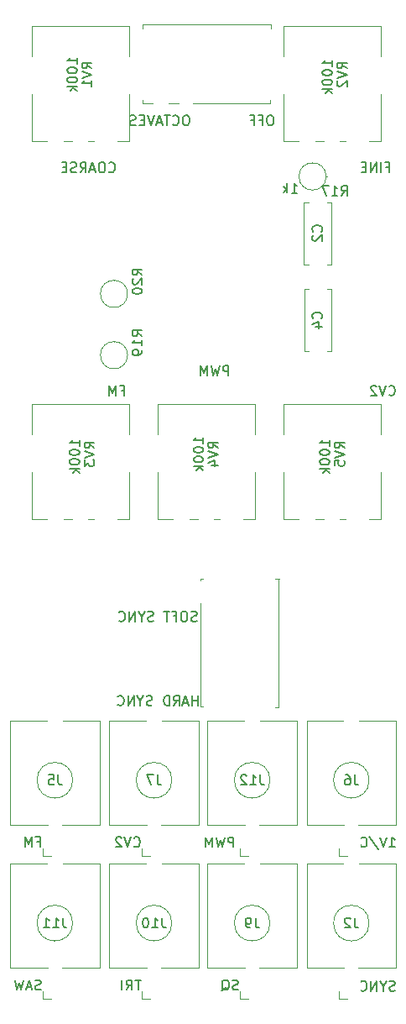
<source format=gbo>
G04 #@! TF.GenerationSoftware,KiCad,Pcbnew,7.0.2-0*
G04 #@! TF.CreationDate,2023-10-25T22:44:13+02:00*
G04 #@! TF.ProjectId,3340_vco,33333430-5f76-4636-9f2e-6b696361645f,rev?*
G04 #@! TF.SameCoordinates,Original*
G04 #@! TF.FileFunction,Legend,Bot*
G04 #@! TF.FilePolarity,Positive*
%FSLAX46Y46*%
G04 Gerber Fmt 4.6, Leading zero omitted, Abs format (unit mm)*
G04 Created by KiCad (PCBNEW 7.0.2-0) date 2023-10-25 22:44:13*
%MOMM*%
%LPD*%
G01*
G04 APERTURE LIST*
%ADD10C,0.187500*%
%ADD11C,0.150000*%
%ADD12C,0.120000*%
%ADD13R,1.600000X1.600000*%
%ADD14O,1.600000X1.600000*%
%ADD15C,1.600000*%
%ADD16R,2.200000X2.200000*%
%ADD17O,2.200000X2.200000*%
%ADD18C,1.440000*%
%ADD19R,1.200000X1.200000*%
%ADD20C,1.200000*%
%ADD21R,1.700000X1.700000*%
%ADD22O,1.700000X1.700000*%
%ADD23O,2.720000X3.240000*%
%ADD24R,1.800000X1.800000*%
%ADD25C,1.800000*%
%ADD26O,1.500000X3.000000*%
%ADD27O,3.000000X1.500000*%
%ADD28R,1.930000X1.830000*%
%ADD29C,2.130000*%
G04 APERTURE END LIST*
D10*
X222674604Y-94119319D02*
X222674604Y-93119319D01*
X222674604Y-93595509D02*
X222103176Y-93595509D01*
X222103176Y-94119319D02*
X222103176Y-93119319D01*
X221674604Y-93833604D02*
X221198414Y-93833604D01*
X221769842Y-94119319D02*
X221436509Y-93119319D01*
X221436509Y-93119319D02*
X221103176Y-94119319D01*
X220198414Y-94119319D02*
X220531747Y-93643128D01*
X220769842Y-94119319D02*
X220769842Y-93119319D01*
X220769842Y-93119319D02*
X220388890Y-93119319D01*
X220388890Y-93119319D02*
X220293652Y-93166938D01*
X220293652Y-93166938D02*
X220246033Y-93214557D01*
X220246033Y-93214557D02*
X220198414Y-93309795D01*
X220198414Y-93309795D02*
X220198414Y-93452652D01*
X220198414Y-93452652D02*
X220246033Y-93547890D01*
X220246033Y-93547890D02*
X220293652Y-93595509D01*
X220293652Y-93595509D02*
X220388890Y-93643128D01*
X220388890Y-93643128D02*
X220769842Y-93643128D01*
X219769842Y-94119319D02*
X219769842Y-93119319D01*
X219769842Y-93119319D02*
X219531747Y-93119319D01*
X219531747Y-93119319D02*
X219388890Y-93166938D01*
X219388890Y-93166938D02*
X219293652Y-93262176D01*
X219293652Y-93262176D02*
X219246033Y-93357414D01*
X219246033Y-93357414D02*
X219198414Y-93547890D01*
X219198414Y-93547890D02*
X219198414Y-93690747D01*
X219198414Y-93690747D02*
X219246033Y-93881223D01*
X219246033Y-93881223D02*
X219293652Y-93976461D01*
X219293652Y-93976461D02*
X219388890Y-94071700D01*
X219388890Y-94071700D02*
X219531747Y-94119319D01*
X219531747Y-94119319D02*
X219769842Y-94119319D01*
X218055556Y-94071700D02*
X217912699Y-94119319D01*
X217912699Y-94119319D02*
X217674604Y-94119319D01*
X217674604Y-94119319D02*
X217579366Y-94071700D01*
X217579366Y-94071700D02*
X217531747Y-94024080D01*
X217531747Y-94024080D02*
X217484128Y-93928842D01*
X217484128Y-93928842D02*
X217484128Y-93833604D01*
X217484128Y-93833604D02*
X217531747Y-93738366D01*
X217531747Y-93738366D02*
X217579366Y-93690747D01*
X217579366Y-93690747D02*
X217674604Y-93643128D01*
X217674604Y-93643128D02*
X217865080Y-93595509D01*
X217865080Y-93595509D02*
X217960318Y-93547890D01*
X217960318Y-93547890D02*
X218007937Y-93500271D01*
X218007937Y-93500271D02*
X218055556Y-93405033D01*
X218055556Y-93405033D02*
X218055556Y-93309795D01*
X218055556Y-93309795D02*
X218007937Y-93214557D01*
X218007937Y-93214557D02*
X217960318Y-93166938D01*
X217960318Y-93166938D02*
X217865080Y-93119319D01*
X217865080Y-93119319D02*
X217626985Y-93119319D01*
X217626985Y-93119319D02*
X217484128Y-93166938D01*
X216865080Y-93643128D02*
X216865080Y-94119319D01*
X217198413Y-93119319D02*
X216865080Y-93643128D01*
X216865080Y-93643128D02*
X216531747Y-93119319D01*
X216198413Y-94119319D02*
X216198413Y-93119319D01*
X216198413Y-93119319D02*
X215626985Y-94119319D01*
X215626985Y-94119319D02*
X215626985Y-93119319D01*
X214579366Y-94024080D02*
X214626985Y-94071700D01*
X214626985Y-94071700D02*
X214769842Y-94119319D01*
X214769842Y-94119319D02*
X214865080Y-94119319D01*
X214865080Y-94119319D02*
X215007937Y-94071700D01*
X215007937Y-94071700D02*
X215103175Y-93976461D01*
X215103175Y-93976461D02*
X215150794Y-93881223D01*
X215150794Y-93881223D02*
X215198413Y-93690747D01*
X215198413Y-93690747D02*
X215198413Y-93547890D01*
X215198413Y-93547890D02*
X215150794Y-93357414D01*
X215150794Y-93357414D02*
X215103175Y-93262176D01*
X215103175Y-93262176D02*
X215007937Y-93166938D01*
X215007937Y-93166938D02*
X214865080Y-93119319D01*
X214865080Y-93119319D02*
X214769842Y-93119319D01*
X214769842Y-93119319D02*
X214626985Y-93166938D01*
X214626985Y-93166938D02*
X214579366Y-93214557D01*
X222559523Y-85580000D02*
X222416666Y-85627619D01*
X222416666Y-85627619D02*
X222178571Y-85627619D01*
X222178571Y-85627619D02*
X222083333Y-85580000D01*
X222083333Y-85580000D02*
X222035714Y-85532380D01*
X222035714Y-85532380D02*
X221988095Y-85437142D01*
X221988095Y-85437142D02*
X221988095Y-85341904D01*
X221988095Y-85341904D02*
X222035714Y-85246666D01*
X222035714Y-85246666D02*
X222083333Y-85199047D01*
X222083333Y-85199047D02*
X222178571Y-85151428D01*
X222178571Y-85151428D02*
X222369047Y-85103809D01*
X222369047Y-85103809D02*
X222464285Y-85056190D01*
X222464285Y-85056190D02*
X222511904Y-85008571D01*
X222511904Y-85008571D02*
X222559523Y-84913333D01*
X222559523Y-84913333D02*
X222559523Y-84818095D01*
X222559523Y-84818095D02*
X222511904Y-84722857D01*
X222511904Y-84722857D02*
X222464285Y-84675238D01*
X222464285Y-84675238D02*
X222369047Y-84627619D01*
X222369047Y-84627619D02*
X222130952Y-84627619D01*
X222130952Y-84627619D02*
X221988095Y-84675238D01*
X221369047Y-84627619D02*
X221178571Y-84627619D01*
X221178571Y-84627619D02*
X221083333Y-84675238D01*
X221083333Y-84675238D02*
X220988095Y-84770476D01*
X220988095Y-84770476D02*
X220940476Y-84960952D01*
X220940476Y-84960952D02*
X220940476Y-85294285D01*
X220940476Y-85294285D02*
X220988095Y-85484761D01*
X220988095Y-85484761D02*
X221083333Y-85580000D01*
X221083333Y-85580000D02*
X221178571Y-85627619D01*
X221178571Y-85627619D02*
X221369047Y-85627619D01*
X221369047Y-85627619D02*
X221464285Y-85580000D01*
X221464285Y-85580000D02*
X221559523Y-85484761D01*
X221559523Y-85484761D02*
X221607142Y-85294285D01*
X221607142Y-85294285D02*
X221607142Y-84960952D01*
X221607142Y-84960952D02*
X221559523Y-84770476D01*
X221559523Y-84770476D02*
X221464285Y-84675238D01*
X221464285Y-84675238D02*
X221369047Y-84627619D01*
X220178571Y-85103809D02*
X220511904Y-85103809D01*
X220511904Y-85627619D02*
X220511904Y-84627619D01*
X220511904Y-84627619D02*
X220035714Y-84627619D01*
X219797618Y-84627619D02*
X219226190Y-84627619D01*
X219511904Y-85627619D02*
X219511904Y-84627619D01*
X218178570Y-85580000D02*
X218035713Y-85627619D01*
X218035713Y-85627619D02*
X217797618Y-85627619D01*
X217797618Y-85627619D02*
X217702380Y-85580000D01*
X217702380Y-85580000D02*
X217654761Y-85532380D01*
X217654761Y-85532380D02*
X217607142Y-85437142D01*
X217607142Y-85437142D02*
X217607142Y-85341904D01*
X217607142Y-85341904D02*
X217654761Y-85246666D01*
X217654761Y-85246666D02*
X217702380Y-85199047D01*
X217702380Y-85199047D02*
X217797618Y-85151428D01*
X217797618Y-85151428D02*
X217988094Y-85103809D01*
X217988094Y-85103809D02*
X218083332Y-85056190D01*
X218083332Y-85056190D02*
X218130951Y-85008571D01*
X218130951Y-85008571D02*
X218178570Y-84913333D01*
X218178570Y-84913333D02*
X218178570Y-84818095D01*
X218178570Y-84818095D02*
X218130951Y-84722857D01*
X218130951Y-84722857D02*
X218083332Y-84675238D01*
X218083332Y-84675238D02*
X217988094Y-84627619D01*
X217988094Y-84627619D02*
X217749999Y-84627619D01*
X217749999Y-84627619D02*
X217607142Y-84675238D01*
X216988094Y-85151428D02*
X216988094Y-85627619D01*
X217321427Y-84627619D02*
X216988094Y-85151428D01*
X216988094Y-85151428D02*
X216654761Y-84627619D01*
X216321427Y-85627619D02*
X216321427Y-84627619D01*
X216321427Y-84627619D02*
X215749999Y-85627619D01*
X215749999Y-85627619D02*
X215749999Y-84627619D01*
X214702380Y-85532380D02*
X214749999Y-85580000D01*
X214749999Y-85580000D02*
X214892856Y-85627619D01*
X214892856Y-85627619D02*
X214988094Y-85627619D01*
X214988094Y-85627619D02*
X215130951Y-85580000D01*
X215130951Y-85580000D02*
X215226189Y-85484761D01*
X215226189Y-85484761D02*
X215273808Y-85389523D01*
X215273808Y-85389523D02*
X215321427Y-85199047D01*
X215321427Y-85199047D02*
X215321427Y-85056190D01*
X215321427Y-85056190D02*
X215273808Y-84865714D01*
X215273808Y-84865714D02*
X215226189Y-84770476D01*
X215226189Y-84770476D02*
X215130951Y-84675238D01*
X215130951Y-84675238D02*
X214988094Y-84627619D01*
X214988094Y-84627619D02*
X214892856Y-84627619D01*
X214892856Y-84627619D02*
X214749999Y-84675238D01*
X214749999Y-84675238D02*
X214702380Y-84722857D01*
X221571428Y-34627619D02*
X221380952Y-34627619D01*
X221380952Y-34627619D02*
X221285714Y-34675238D01*
X221285714Y-34675238D02*
X221190476Y-34770476D01*
X221190476Y-34770476D02*
X221142857Y-34960952D01*
X221142857Y-34960952D02*
X221142857Y-35294285D01*
X221142857Y-35294285D02*
X221190476Y-35484761D01*
X221190476Y-35484761D02*
X221285714Y-35580000D01*
X221285714Y-35580000D02*
X221380952Y-35627619D01*
X221380952Y-35627619D02*
X221571428Y-35627619D01*
X221571428Y-35627619D02*
X221666666Y-35580000D01*
X221666666Y-35580000D02*
X221761904Y-35484761D01*
X221761904Y-35484761D02*
X221809523Y-35294285D01*
X221809523Y-35294285D02*
X221809523Y-34960952D01*
X221809523Y-34960952D02*
X221761904Y-34770476D01*
X221761904Y-34770476D02*
X221666666Y-34675238D01*
X221666666Y-34675238D02*
X221571428Y-34627619D01*
X220142857Y-35532380D02*
X220190476Y-35580000D01*
X220190476Y-35580000D02*
X220333333Y-35627619D01*
X220333333Y-35627619D02*
X220428571Y-35627619D01*
X220428571Y-35627619D02*
X220571428Y-35580000D01*
X220571428Y-35580000D02*
X220666666Y-35484761D01*
X220666666Y-35484761D02*
X220714285Y-35389523D01*
X220714285Y-35389523D02*
X220761904Y-35199047D01*
X220761904Y-35199047D02*
X220761904Y-35056190D01*
X220761904Y-35056190D02*
X220714285Y-34865714D01*
X220714285Y-34865714D02*
X220666666Y-34770476D01*
X220666666Y-34770476D02*
X220571428Y-34675238D01*
X220571428Y-34675238D02*
X220428571Y-34627619D01*
X220428571Y-34627619D02*
X220333333Y-34627619D01*
X220333333Y-34627619D02*
X220190476Y-34675238D01*
X220190476Y-34675238D02*
X220142857Y-34722857D01*
X219857142Y-34627619D02*
X219285714Y-34627619D01*
X219571428Y-35627619D02*
X219571428Y-34627619D01*
X218999999Y-35341904D02*
X218523809Y-35341904D01*
X219095237Y-35627619D02*
X218761904Y-34627619D01*
X218761904Y-34627619D02*
X218428571Y-35627619D01*
X218238094Y-34627619D02*
X217904761Y-35627619D01*
X217904761Y-35627619D02*
X217571428Y-34627619D01*
X217238094Y-35103809D02*
X216904761Y-35103809D01*
X216761904Y-35627619D02*
X217238094Y-35627619D01*
X217238094Y-35627619D02*
X217238094Y-34627619D01*
X217238094Y-34627619D02*
X216761904Y-34627619D01*
X216380951Y-35580000D02*
X216238094Y-35627619D01*
X216238094Y-35627619D02*
X215999999Y-35627619D01*
X215999999Y-35627619D02*
X215904761Y-35580000D01*
X215904761Y-35580000D02*
X215857142Y-35532380D01*
X215857142Y-35532380D02*
X215809523Y-35437142D01*
X215809523Y-35437142D02*
X215809523Y-35341904D01*
X215809523Y-35341904D02*
X215857142Y-35246666D01*
X215857142Y-35246666D02*
X215904761Y-35199047D01*
X215904761Y-35199047D02*
X215999999Y-35151428D01*
X215999999Y-35151428D02*
X216190475Y-35103809D01*
X216190475Y-35103809D02*
X216285713Y-35056190D01*
X216285713Y-35056190D02*
X216333332Y-35008571D01*
X216333332Y-35008571D02*
X216380951Y-34913333D01*
X216380951Y-34913333D02*
X216380951Y-34818095D01*
X216380951Y-34818095D02*
X216333332Y-34722857D01*
X216333332Y-34722857D02*
X216285713Y-34675238D01*
X216285713Y-34675238D02*
X216190475Y-34627619D01*
X216190475Y-34627619D02*
X215952380Y-34627619D01*
X215952380Y-34627619D02*
X215809523Y-34675238D01*
X214928571Y-62353809D02*
X215261904Y-62353809D01*
X215261904Y-62877619D02*
X215261904Y-61877619D01*
X215261904Y-61877619D02*
X214785714Y-61877619D01*
X214404761Y-62877619D02*
X214404761Y-61877619D01*
X214404761Y-61877619D02*
X214071428Y-62591904D01*
X214071428Y-62591904D02*
X213738095Y-61877619D01*
X213738095Y-61877619D02*
X213738095Y-62877619D01*
X241988095Y-108377619D02*
X242559523Y-108377619D01*
X242273809Y-108377619D02*
X242273809Y-107377619D01*
X242273809Y-107377619D02*
X242369047Y-107520476D01*
X242369047Y-107520476D02*
X242464285Y-107615714D01*
X242464285Y-107615714D02*
X242559523Y-107663333D01*
X241702380Y-107377619D02*
X241369047Y-108377619D01*
X241369047Y-108377619D02*
X241035714Y-107377619D01*
X239988095Y-107330000D02*
X240845237Y-108615714D01*
X239464285Y-107377619D02*
X239273809Y-107377619D01*
X239273809Y-107377619D02*
X239178571Y-107425238D01*
X239178571Y-107425238D02*
X239083333Y-107520476D01*
X239083333Y-107520476D02*
X239035714Y-107710952D01*
X239035714Y-107710952D02*
X239035714Y-108044285D01*
X239035714Y-108044285D02*
X239083333Y-108234761D01*
X239083333Y-108234761D02*
X239178571Y-108330000D01*
X239178571Y-108330000D02*
X239273809Y-108377619D01*
X239273809Y-108377619D02*
X239464285Y-108377619D01*
X239464285Y-108377619D02*
X239559523Y-108330000D01*
X239559523Y-108330000D02*
X239654761Y-108234761D01*
X239654761Y-108234761D02*
X239702380Y-108044285D01*
X239702380Y-108044285D02*
X239702380Y-107710952D01*
X239702380Y-107710952D02*
X239654761Y-107520476D01*
X239654761Y-107520476D02*
X239559523Y-107425238D01*
X239559523Y-107425238D02*
X239464285Y-107377619D01*
X216911561Y-121772619D02*
X216340133Y-121772619D01*
X216625847Y-122772619D02*
X216625847Y-121772619D01*
X215435371Y-122772619D02*
X215768704Y-122296428D01*
X216006799Y-122772619D02*
X216006799Y-121772619D01*
X216006799Y-121772619D02*
X215625847Y-121772619D01*
X215625847Y-121772619D02*
X215530609Y-121820238D01*
X215530609Y-121820238D02*
X215482990Y-121867857D01*
X215482990Y-121867857D02*
X215435371Y-121963095D01*
X215435371Y-121963095D02*
X215435371Y-122105952D01*
X215435371Y-122105952D02*
X215482990Y-122201190D01*
X215482990Y-122201190D02*
X215530609Y-122248809D01*
X215530609Y-122248809D02*
X215625847Y-122296428D01*
X215625847Y-122296428D02*
X216006799Y-122296428D01*
X215006799Y-122772619D02*
X215006799Y-121772619D01*
X216197276Y-108275580D02*
X216244895Y-108323200D01*
X216244895Y-108323200D02*
X216387752Y-108370819D01*
X216387752Y-108370819D02*
X216482990Y-108370819D01*
X216482990Y-108370819D02*
X216625847Y-108323200D01*
X216625847Y-108323200D02*
X216721085Y-108227961D01*
X216721085Y-108227961D02*
X216768704Y-108132723D01*
X216768704Y-108132723D02*
X216816323Y-107942247D01*
X216816323Y-107942247D02*
X216816323Y-107799390D01*
X216816323Y-107799390D02*
X216768704Y-107608914D01*
X216768704Y-107608914D02*
X216721085Y-107513676D01*
X216721085Y-107513676D02*
X216625847Y-107418438D01*
X216625847Y-107418438D02*
X216482990Y-107370819D01*
X216482990Y-107370819D02*
X216387752Y-107370819D01*
X216387752Y-107370819D02*
X216244895Y-107418438D01*
X216244895Y-107418438D02*
X216197276Y-107466057D01*
X215911561Y-107370819D02*
X215578228Y-108370819D01*
X215578228Y-108370819D02*
X215244895Y-107370819D01*
X214959180Y-107466057D02*
X214911561Y-107418438D01*
X214911561Y-107418438D02*
X214816323Y-107370819D01*
X214816323Y-107370819D02*
X214578228Y-107370819D01*
X214578228Y-107370819D02*
X214482990Y-107418438D01*
X214482990Y-107418438D02*
X214435371Y-107466057D01*
X214435371Y-107466057D02*
X214387752Y-107561295D01*
X214387752Y-107561295D02*
X214387752Y-107656533D01*
X214387752Y-107656533D02*
X214435371Y-107799390D01*
X214435371Y-107799390D02*
X215006799Y-108370819D01*
X215006799Y-108370819D02*
X214387752Y-108370819D01*
X241678571Y-39853809D02*
X242011904Y-39853809D01*
X242011904Y-40377619D02*
X242011904Y-39377619D01*
X242011904Y-39377619D02*
X241535714Y-39377619D01*
X241154761Y-40377619D02*
X241154761Y-39377619D01*
X240678571Y-40377619D02*
X240678571Y-39377619D01*
X240678571Y-39377619D02*
X240107143Y-40377619D01*
X240107143Y-40377619D02*
X240107143Y-39377619D01*
X239630952Y-39853809D02*
X239297619Y-39853809D01*
X239154762Y-40377619D02*
X239630952Y-40377619D01*
X239630952Y-40377619D02*
X239630952Y-39377619D01*
X239630952Y-39377619D02*
X239154762Y-39377619D01*
X230071428Y-34627619D02*
X229880952Y-34627619D01*
X229880952Y-34627619D02*
X229785714Y-34675238D01*
X229785714Y-34675238D02*
X229690476Y-34770476D01*
X229690476Y-34770476D02*
X229642857Y-34960952D01*
X229642857Y-34960952D02*
X229642857Y-35294285D01*
X229642857Y-35294285D02*
X229690476Y-35484761D01*
X229690476Y-35484761D02*
X229785714Y-35580000D01*
X229785714Y-35580000D02*
X229880952Y-35627619D01*
X229880952Y-35627619D02*
X230071428Y-35627619D01*
X230071428Y-35627619D02*
X230166666Y-35580000D01*
X230166666Y-35580000D02*
X230261904Y-35484761D01*
X230261904Y-35484761D02*
X230309523Y-35294285D01*
X230309523Y-35294285D02*
X230309523Y-34960952D01*
X230309523Y-34960952D02*
X230261904Y-34770476D01*
X230261904Y-34770476D02*
X230166666Y-34675238D01*
X230166666Y-34675238D02*
X230071428Y-34627619D01*
X228880952Y-35103809D02*
X229214285Y-35103809D01*
X229214285Y-35627619D02*
X229214285Y-34627619D01*
X229214285Y-34627619D02*
X228738095Y-34627619D01*
X228023809Y-35103809D02*
X228357142Y-35103809D01*
X228357142Y-35627619D02*
X228357142Y-34627619D01*
X228357142Y-34627619D02*
X227880952Y-34627619D01*
X226722323Y-122725000D02*
X226579466Y-122772619D01*
X226579466Y-122772619D02*
X226341371Y-122772619D01*
X226341371Y-122772619D02*
X226246133Y-122725000D01*
X226246133Y-122725000D02*
X226198514Y-122677380D01*
X226198514Y-122677380D02*
X226150895Y-122582142D01*
X226150895Y-122582142D02*
X226150895Y-122486904D01*
X226150895Y-122486904D02*
X226198514Y-122391666D01*
X226198514Y-122391666D02*
X226246133Y-122344047D01*
X226246133Y-122344047D02*
X226341371Y-122296428D01*
X226341371Y-122296428D02*
X226531847Y-122248809D01*
X226531847Y-122248809D02*
X226627085Y-122201190D01*
X226627085Y-122201190D02*
X226674704Y-122153571D01*
X226674704Y-122153571D02*
X226722323Y-122058333D01*
X226722323Y-122058333D02*
X226722323Y-121963095D01*
X226722323Y-121963095D02*
X226674704Y-121867857D01*
X226674704Y-121867857D02*
X226627085Y-121820238D01*
X226627085Y-121820238D02*
X226531847Y-121772619D01*
X226531847Y-121772619D02*
X226293752Y-121772619D01*
X226293752Y-121772619D02*
X226150895Y-121820238D01*
X225055657Y-122867857D02*
X225150895Y-122820238D01*
X225150895Y-122820238D02*
X225246133Y-122725000D01*
X225246133Y-122725000D02*
X225388990Y-122582142D01*
X225388990Y-122582142D02*
X225484228Y-122534523D01*
X225484228Y-122534523D02*
X225579466Y-122534523D01*
X225531847Y-122772619D02*
X225627085Y-122725000D01*
X225627085Y-122725000D02*
X225722323Y-122629761D01*
X225722323Y-122629761D02*
X225769942Y-122439285D01*
X225769942Y-122439285D02*
X225769942Y-122105952D01*
X225769942Y-122105952D02*
X225722323Y-121915476D01*
X225722323Y-121915476D02*
X225627085Y-121820238D01*
X225627085Y-121820238D02*
X225531847Y-121772619D01*
X225531847Y-121772619D02*
X225341371Y-121772619D01*
X225341371Y-121772619D02*
X225246133Y-121820238D01*
X225246133Y-121820238D02*
X225150895Y-121915476D01*
X225150895Y-121915476D02*
X225103276Y-122105952D01*
X225103276Y-122105952D02*
X225103276Y-122439285D01*
X225103276Y-122439285D02*
X225150895Y-122629761D01*
X225150895Y-122629761D02*
X225246133Y-122725000D01*
X225246133Y-122725000D02*
X225341371Y-122772619D01*
X225341371Y-122772619D02*
X225531847Y-122772619D01*
X213690476Y-40282380D02*
X213738095Y-40330000D01*
X213738095Y-40330000D02*
X213880952Y-40377619D01*
X213880952Y-40377619D02*
X213976190Y-40377619D01*
X213976190Y-40377619D02*
X214119047Y-40330000D01*
X214119047Y-40330000D02*
X214214285Y-40234761D01*
X214214285Y-40234761D02*
X214261904Y-40139523D01*
X214261904Y-40139523D02*
X214309523Y-39949047D01*
X214309523Y-39949047D02*
X214309523Y-39806190D01*
X214309523Y-39806190D02*
X214261904Y-39615714D01*
X214261904Y-39615714D02*
X214214285Y-39520476D01*
X214214285Y-39520476D02*
X214119047Y-39425238D01*
X214119047Y-39425238D02*
X213976190Y-39377619D01*
X213976190Y-39377619D02*
X213880952Y-39377619D01*
X213880952Y-39377619D02*
X213738095Y-39425238D01*
X213738095Y-39425238D02*
X213690476Y-39472857D01*
X213071428Y-39377619D02*
X212880952Y-39377619D01*
X212880952Y-39377619D02*
X212785714Y-39425238D01*
X212785714Y-39425238D02*
X212690476Y-39520476D01*
X212690476Y-39520476D02*
X212642857Y-39710952D01*
X212642857Y-39710952D02*
X212642857Y-40044285D01*
X212642857Y-40044285D02*
X212690476Y-40234761D01*
X212690476Y-40234761D02*
X212785714Y-40330000D01*
X212785714Y-40330000D02*
X212880952Y-40377619D01*
X212880952Y-40377619D02*
X213071428Y-40377619D01*
X213071428Y-40377619D02*
X213166666Y-40330000D01*
X213166666Y-40330000D02*
X213261904Y-40234761D01*
X213261904Y-40234761D02*
X213309523Y-40044285D01*
X213309523Y-40044285D02*
X213309523Y-39710952D01*
X213309523Y-39710952D02*
X213261904Y-39520476D01*
X213261904Y-39520476D02*
X213166666Y-39425238D01*
X213166666Y-39425238D02*
X213071428Y-39377619D01*
X212261904Y-40091904D02*
X211785714Y-40091904D01*
X212357142Y-40377619D02*
X212023809Y-39377619D01*
X212023809Y-39377619D02*
X211690476Y-40377619D01*
X210785714Y-40377619D02*
X211119047Y-39901428D01*
X211357142Y-40377619D02*
X211357142Y-39377619D01*
X211357142Y-39377619D02*
X210976190Y-39377619D01*
X210976190Y-39377619D02*
X210880952Y-39425238D01*
X210880952Y-39425238D02*
X210833333Y-39472857D01*
X210833333Y-39472857D02*
X210785714Y-39568095D01*
X210785714Y-39568095D02*
X210785714Y-39710952D01*
X210785714Y-39710952D02*
X210833333Y-39806190D01*
X210833333Y-39806190D02*
X210880952Y-39853809D01*
X210880952Y-39853809D02*
X210976190Y-39901428D01*
X210976190Y-39901428D02*
X211357142Y-39901428D01*
X210404761Y-40330000D02*
X210261904Y-40377619D01*
X210261904Y-40377619D02*
X210023809Y-40377619D01*
X210023809Y-40377619D02*
X209928571Y-40330000D01*
X209928571Y-40330000D02*
X209880952Y-40282380D01*
X209880952Y-40282380D02*
X209833333Y-40187142D01*
X209833333Y-40187142D02*
X209833333Y-40091904D01*
X209833333Y-40091904D02*
X209880952Y-39996666D01*
X209880952Y-39996666D02*
X209928571Y-39949047D01*
X209928571Y-39949047D02*
X210023809Y-39901428D01*
X210023809Y-39901428D02*
X210214285Y-39853809D01*
X210214285Y-39853809D02*
X210309523Y-39806190D01*
X210309523Y-39806190D02*
X210357142Y-39758571D01*
X210357142Y-39758571D02*
X210404761Y-39663333D01*
X210404761Y-39663333D02*
X210404761Y-39568095D01*
X210404761Y-39568095D02*
X210357142Y-39472857D01*
X210357142Y-39472857D02*
X210309523Y-39425238D01*
X210309523Y-39425238D02*
X210214285Y-39377619D01*
X210214285Y-39377619D02*
X209976190Y-39377619D01*
X209976190Y-39377619D02*
X209833333Y-39425238D01*
X209404761Y-39853809D02*
X209071428Y-39853809D01*
X208928571Y-40377619D02*
X209404761Y-40377619D01*
X209404761Y-40377619D02*
X209404761Y-39377619D01*
X209404761Y-39377619D02*
X208928571Y-39377619D01*
X206808723Y-122725000D02*
X206665866Y-122772619D01*
X206665866Y-122772619D02*
X206427771Y-122772619D01*
X206427771Y-122772619D02*
X206332533Y-122725000D01*
X206332533Y-122725000D02*
X206284914Y-122677380D01*
X206284914Y-122677380D02*
X206237295Y-122582142D01*
X206237295Y-122582142D02*
X206237295Y-122486904D01*
X206237295Y-122486904D02*
X206284914Y-122391666D01*
X206284914Y-122391666D02*
X206332533Y-122344047D01*
X206332533Y-122344047D02*
X206427771Y-122296428D01*
X206427771Y-122296428D02*
X206618247Y-122248809D01*
X206618247Y-122248809D02*
X206713485Y-122201190D01*
X206713485Y-122201190D02*
X206761104Y-122153571D01*
X206761104Y-122153571D02*
X206808723Y-122058333D01*
X206808723Y-122058333D02*
X206808723Y-121963095D01*
X206808723Y-121963095D02*
X206761104Y-121867857D01*
X206761104Y-121867857D02*
X206713485Y-121820238D01*
X206713485Y-121820238D02*
X206618247Y-121772619D01*
X206618247Y-121772619D02*
X206380152Y-121772619D01*
X206380152Y-121772619D02*
X206237295Y-121820238D01*
X205856342Y-122486904D02*
X205380152Y-122486904D01*
X205951580Y-122772619D02*
X205618247Y-121772619D01*
X205618247Y-121772619D02*
X205284914Y-122772619D01*
X205046818Y-121772619D02*
X204808723Y-122772619D01*
X204808723Y-122772619D02*
X204618247Y-122058333D01*
X204618247Y-122058333D02*
X204427771Y-122772619D01*
X204427771Y-122772619D02*
X204189676Y-121772619D01*
X226261904Y-108377619D02*
X226261904Y-107377619D01*
X226261904Y-107377619D02*
X225880952Y-107377619D01*
X225880952Y-107377619D02*
X225785714Y-107425238D01*
X225785714Y-107425238D02*
X225738095Y-107472857D01*
X225738095Y-107472857D02*
X225690476Y-107568095D01*
X225690476Y-107568095D02*
X225690476Y-107710952D01*
X225690476Y-107710952D02*
X225738095Y-107806190D01*
X225738095Y-107806190D02*
X225785714Y-107853809D01*
X225785714Y-107853809D02*
X225880952Y-107901428D01*
X225880952Y-107901428D02*
X226261904Y-107901428D01*
X225357142Y-107377619D02*
X225119047Y-108377619D01*
X225119047Y-108377619D02*
X224928571Y-107663333D01*
X224928571Y-107663333D02*
X224738095Y-108377619D01*
X224738095Y-108377619D02*
X224500000Y-107377619D01*
X224119047Y-108377619D02*
X224119047Y-107377619D01*
X224119047Y-107377619D02*
X223785714Y-108091904D01*
X223785714Y-108091904D02*
X223452381Y-107377619D01*
X223452381Y-107377619D02*
X223452381Y-108377619D01*
X241940476Y-62782380D02*
X241988095Y-62830000D01*
X241988095Y-62830000D02*
X242130952Y-62877619D01*
X242130952Y-62877619D02*
X242226190Y-62877619D01*
X242226190Y-62877619D02*
X242369047Y-62830000D01*
X242369047Y-62830000D02*
X242464285Y-62734761D01*
X242464285Y-62734761D02*
X242511904Y-62639523D01*
X242511904Y-62639523D02*
X242559523Y-62449047D01*
X242559523Y-62449047D02*
X242559523Y-62306190D01*
X242559523Y-62306190D02*
X242511904Y-62115714D01*
X242511904Y-62115714D02*
X242464285Y-62020476D01*
X242464285Y-62020476D02*
X242369047Y-61925238D01*
X242369047Y-61925238D02*
X242226190Y-61877619D01*
X242226190Y-61877619D02*
X242130952Y-61877619D01*
X242130952Y-61877619D02*
X241988095Y-61925238D01*
X241988095Y-61925238D02*
X241940476Y-61972857D01*
X241654761Y-61877619D02*
X241321428Y-62877619D01*
X241321428Y-62877619D02*
X240988095Y-61877619D01*
X240702380Y-61972857D02*
X240654761Y-61925238D01*
X240654761Y-61925238D02*
X240559523Y-61877619D01*
X240559523Y-61877619D02*
X240321428Y-61877619D01*
X240321428Y-61877619D02*
X240226190Y-61925238D01*
X240226190Y-61925238D02*
X240178571Y-61972857D01*
X240178571Y-61972857D02*
X240130952Y-62068095D01*
X240130952Y-62068095D02*
X240130952Y-62163333D01*
X240130952Y-62163333D02*
X240178571Y-62306190D01*
X240178571Y-62306190D02*
X240749999Y-62877619D01*
X240749999Y-62877619D02*
X240130952Y-62877619D01*
X242559523Y-122830000D02*
X242416666Y-122877619D01*
X242416666Y-122877619D02*
X242178571Y-122877619D01*
X242178571Y-122877619D02*
X242083333Y-122830000D01*
X242083333Y-122830000D02*
X242035714Y-122782380D01*
X242035714Y-122782380D02*
X241988095Y-122687142D01*
X241988095Y-122687142D02*
X241988095Y-122591904D01*
X241988095Y-122591904D02*
X242035714Y-122496666D01*
X242035714Y-122496666D02*
X242083333Y-122449047D01*
X242083333Y-122449047D02*
X242178571Y-122401428D01*
X242178571Y-122401428D02*
X242369047Y-122353809D01*
X242369047Y-122353809D02*
X242464285Y-122306190D01*
X242464285Y-122306190D02*
X242511904Y-122258571D01*
X242511904Y-122258571D02*
X242559523Y-122163333D01*
X242559523Y-122163333D02*
X242559523Y-122068095D01*
X242559523Y-122068095D02*
X242511904Y-121972857D01*
X242511904Y-121972857D02*
X242464285Y-121925238D01*
X242464285Y-121925238D02*
X242369047Y-121877619D01*
X242369047Y-121877619D02*
X242130952Y-121877619D01*
X242130952Y-121877619D02*
X241988095Y-121925238D01*
X241369047Y-122401428D02*
X241369047Y-122877619D01*
X241702380Y-121877619D02*
X241369047Y-122401428D01*
X241369047Y-122401428D02*
X241035714Y-121877619D01*
X240702380Y-122877619D02*
X240702380Y-121877619D01*
X240702380Y-121877619D02*
X240130952Y-122877619D01*
X240130952Y-122877619D02*
X240130952Y-121877619D01*
X239083333Y-122782380D02*
X239130952Y-122830000D01*
X239130952Y-122830000D02*
X239273809Y-122877619D01*
X239273809Y-122877619D02*
X239369047Y-122877619D01*
X239369047Y-122877619D02*
X239511904Y-122830000D01*
X239511904Y-122830000D02*
X239607142Y-122734761D01*
X239607142Y-122734761D02*
X239654761Y-122639523D01*
X239654761Y-122639523D02*
X239702380Y-122449047D01*
X239702380Y-122449047D02*
X239702380Y-122306190D01*
X239702380Y-122306190D02*
X239654761Y-122115714D01*
X239654761Y-122115714D02*
X239607142Y-122020476D01*
X239607142Y-122020476D02*
X239511904Y-121925238D01*
X239511904Y-121925238D02*
X239369047Y-121877619D01*
X239369047Y-121877619D02*
X239273809Y-121877619D01*
X239273809Y-121877619D02*
X239130952Y-121925238D01*
X239130952Y-121925238D02*
X239083333Y-121972857D01*
X225761904Y-60877619D02*
X225761904Y-59877619D01*
X225761904Y-59877619D02*
X225380952Y-59877619D01*
X225380952Y-59877619D02*
X225285714Y-59925238D01*
X225285714Y-59925238D02*
X225238095Y-59972857D01*
X225238095Y-59972857D02*
X225190476Y-60068095D01*
X225190476Y-60068095D02*
X225190476Y-60210952D01*
X225190476Y-60210952D02*
X225238095Y-60306190D01*
X225238095Y-60306190D02*
X225285714Y-60353809D01*
X225285714Y-60353809D02*
X225380952Y-60401428D01*
X225380952Y-60401428D02*
X225761904Y-60401428D01*
X224857142Y-59877619D02*
X224619047Y-60877619D01*
X224619047Y-60877619D02*
X224428571Y-60163333D01*
X224428571Y-60163333D02*
X224238095Y-60877619D01*
X224238095Y-60877619D02*
X224000000Y-59877619D01*
X223619047Y-60877619D02*
X223619047Y-59877619D01*
X223619047Y-59877619D02*
X223285714Y-60591904D01*
X223285714Y-60591904D02*
X222952381Y-59877619D01*
X222952381Y-59877619D02*
X222952381Y-60877619D01*
X206427771Y-107847009D02*
X206761104Y-107847009D01*
X206761104Y-108370819D02*
X206761104Y-107370819D01*
X206761104Y-107370819D02*
X206284914Y-107370819D01*
X205903961Y-108370819D02*
X205903961Y-107370819D01*
X205903961Y-107370819D02*
X205570628Y-108085104D01*
X205570628Y-108085104D02*
X205237295Y-107370819D01*
X205237295Y-107370819D02*
X205237295Y-108370819D01*
D11*
X212212619Y-68154761D02*
X211736428Y-67821428D01*
X212212619Y-67583333D02*
X211212619Y-67583333D01*
X211212619Y-67583333D02*
X211212619Y-67964285D01*
X211212619Y-67964285D02*
X211260238Y-68059523D01*
X211260238Y-68059523D02*
X211307857Y-68107142D01*
X211307857Y-68107142D02*
X211403095Y-68154761D01*
X211403095Y-68154761D02*
X211545952Y-68154761D01*
X211545952Y-68154761D02*
X211641190Y-68107142D01*
X211641190Y-68107142D02*
X211688809Y-68059523D01*
X211688809Y-68059523D02*
X211736428Y-67964285D01*
X211736428Y-67964285D02*
X211736428Y-67583333D01*
X211212619Y-68440476D02*
X212212619Y-68773809D01*
X212212619Y-68773809D02*
X211212619Y-69107142D01*
X211212619Y-69345238D02*
X211212619Y-69964285D01*
X211212619Y-69964285D02*
X211593571Y-69630952D01*
X211593571Y-69630952D02*
X211593571Y-69773809D01*
X211593571Y-69773809D02*
X211641190Y-69869047D01*
X211641190Y-69869047D02*
X211688809Y-69916666D01*
X211688809Y-69916666D02*
X211784047Y-69964285D01*
X211784047Y-69964285D02*
X212022142Y-69964285D01*
X212022142Y-69964285D02*
X212117380Y-69916666D01*
X212117380Y-69916666D02*
X212165000Y-69869047D01*
X212165000Y-69869047D02*
X212212619Y-69773809D01*
X212212619Y-69773809D02*
X212212619Y-69488095D01*
X212212619Y-69488095D02*
X212165000Y-69392857D01*
X212165000Y-69392857D02*
X212117380Y-69345238D01*
X210712619Y-67928571D02*
X210712619Y-67357143D01*
X210712619Y-67642857D02*
X209712619Y-67642857D01*
X209712619Y-67642857D02*
X209855476Y-67547619D01*
X209855476Y-67547619D02*
X209950714Y-67452381D01*
X209950714Y-67452381D02*
X209998333Y-67357143D01*
X209712619Y-68547619D02*
X209712619Y-68642857D01*
X209712619Y-68642857D02*
X209760238Y-68738095D01*
X209760238Y-68738095D02*
X209807857Y-68785714D01*
X209807857Y-68785714D02*
X209903095Y-68833333D01*
X209903095Y-68833333D02*
X210093571Y-68880952D01*
X210093571Y-68880952D02*
X210331666Y-68880952D01*
X210331666Y-68880952D02*
X210522142Y-68833333D01*
X210522142Y-68833333D02*
X210617380Y-68785714D01*
X210617380Y-68785714D02*
X210665000Y-68738095D01*
X210665000Y-68738095D02*
X210712619Y-68642857D01*
X210712619Y-68642857D02*
X210712619Y-68547619D01*
X210712619Y-68547619D02*
X210665000Y-68452381D01*
X210665000Y-68452381D02*
X210617380Y-68404762D01*
X210617380Y-68404762D02*
X210522142Y-68357143D01*
X210522142Y-68357143D02*
X210331666Y-68309524D01*
X210331666Y-68309524D02*
X210093571Y-68309524D01*
X210093571Y-68309524D02*
X209903095Y-68357143D01*
X209903095Y-68357143D02*
X209807857Y-68404762D01*
X209807857Y-68404762D02*
X209760238Y-68452381D01*
X209760238Y-68452381D02*
X209712619Y-68547619D01*
X209712619Y-69500000D02*
X209712619Y-69595238D01*
X209712619Y-69595238D02*
X209760238Y-69690476D01*
X209760238Y-69690476D02*
X209807857Y-69738095D01*
X209807857Y-69738095D02*
X209903095Y-69785714D01*
X209903095Y-69785714D02*
X210093571Y-69833333D01*
X210093571Y-69833333D02*
X210331666Y-69833333D01*
X210331666Y-69833333D02*
X210522142Y-69785714D01*
X210522142Y-69785714D02*
X210617380Y-69738095D01*
X210617380Y-69738095D02*
X210665000Y-69690476D01*
X210665000Y-69690476D02*
X210712619Y-69595238D01*
X210712619Y-69595238D02*
X210712619Y-69500000D01*
X210712619Y-69500000D02*
X210665000Y-69404762D01*
X210665000Y-69404762D02*
X210617380Y-69357143D01*
X210617380Y-69357143D02*
X210522142Y-69309524D01*
X210522142Y-69309524D02*
X210331666Y-69261905D01*
X210331666Y-69261905D02*
X210093571Y-69261905D01*
X210093571Y-69261905D02*
X209903095Y-69309524D01*
X209903095Y-69309524D02*
X209807857Y-69357143D01*
X209807857Y-69357143D02*
X209760238Y-69404762D01*
X209760238Y-69404762D02*
X209712619Y-69500000D01*
X210712619Y-70261905D02*
X209712619Y-70261905D01*
X210331666Y-70357143D02*
X210712619Y-70642857D01*
X210045952Y-70642857D02*
X210426904Y-70261905D01*
X217030819Y-56891743D02*
X216554628Y-56558410D01*
X217030819Y-56320315D02*
X216030819Y-56320315D01*
X216030819Y-56320315D02*
X216030819Y-56701267D01*
X216030819Y-56701267D02*
X216078438Y-56796505D01*
X216078438Y-56796505D02*
X216126057Y-56844124D01*
X216126057Y-56844124D02*
X216221295Y-56891743D01*
X216221295Y-56891743D02*
X216364152Y-56891743D01*
X216364152Y-56891743D02*
X216459390Y-56844124D01*
X216459390Y-56844124D02*
X216507009Y-56796505D01*
X216507009Y-56796505D02*
X216554628Y-56701267D01*
X216554628Y-56701267D02*
X216554628Y-56320315D01*
X217030819Y-57844124D02*
X217030819Y-57272696D01*
X217030819Y-57558410D02*
X216030819Y-57558410D01*
X216030819Y-57558410D02*
X216173676Y-57463172D01*
X216173676Y-57463172D02*
X216268914Y-57367934D01*
X216268914Y-57367934D02*
X216316533Y-57272696D01*
X217030819Y-58320315D02*
X217030819Y-58510791D01*
X217030819Y-58510791D02*
X216983200Y-58606029D01*
X216983200Y-58606029D02*
X216935580Y-58653648D01*
X216935580Y-58653648D02*
X216792723Y-58748886D01*
X216792723Y-58748886D02*
X216602247Y-58796505D01*
X216602247Y-58796505D02*
X216221295Y-58796505D01*
X216221295Y-58796505D02*
X216126057Y-58748886D01*
X216126057Y-58748886D02*
X216078438Y-58701267D01*
X216078438Y-58701267D02*
X216030819Y-58606029D01*
X216030819Y-58606029D02*
X216030819Y-58415553D01*
X216030819Y-58415553D02*
X216078438Y-58320315D01*
X216078438Y-58320315D02*
X216126057Y-58272696D01*
X216126057Y-58272696D02*
X216221295Y-58225077D01*
X216221295Y-58225077D02*
X216459390Y-58225077D01*
X216459390Y-58225077D02*
X216554628Y-58272696D01*
X216554628Y-58272696D02*
X216602247Y-58320315D01*
X216602247Y-58320315D02*
X216649866Y-58415553D01*
X216649866Y-58415553D02*
X216649866Y-58606029D01*
X216649866Y-58606029D02*
X216602247Y-58701267D01*
X216602247Y-58701267D02*
X216554628Y-58748886D01*
X216554628Y-58748886D02*
X216459390Y-58796505D01*
X211962619Y-29904761D02*
X211486428Y-29571428D01*
X211962619Y-29333333D02*
X210962619Y-29333333D01*
X210962619Y-29333333D02*
X210962619Y-29714285D01*
X210962619Y-29714285D02*
X211010238Y-29809523D01*
X211010238Y-29809523D02*
X211057857Y-29857142D01*
X211057857Y-29857142D02*
X211153095Y-29904761D01*
X211153095Y-29904761D02*
X211295952Y-29904761D01*
X211295952Y-29904761D02*
X211391190Y-29857142D01*
X211391190Y-29857142D02*
X211438809Y-29809523D01*
X211438809Y-29809523D02*
X211486428Y-29714285D01*
X211486428Y-29714285D02*
X211486428Y-29333333D01*
X210962619Y-30190476D02*
X211962619Y-30523809D01*
X211962619Y-30523809D02*
X210962619Y-30857142D01*
X211962619Y-31714285D02*
X211962619Y-31142857D01*
X211962619Y-31428571D02*
X210962619Y-31428571D01*
X210962619Y-31428571D02*
X211105476Y-31333333D01*
X211105476Y-31333333D02*
X211200714Y-31238095D01*
X211200714Y-31238095D02*
X211248333Y-31142857D01*
X210462619Y-29428571D02*
X210462619Y-28857143D01*
X210462619Y-29142857D02*
X209462619Y-29142857D01*
X209462619Y-29142857D02*
X209605476Y-29047619D01*
X209605476Y-29047619D02*
X209700714Y-28952381D01*
X209700714Y-28952381D02*
X209748333Y-28857143D01*
X209462619Y-30047619D02*
X209462619Y-30142857D01*
X209462619Y-30142857D02*
X209510238Y-30238095D01*
X209510238Y-30238095D02*
X209557857Y-30285714D01*
X209557857Y-30285714D02*
X209653095Y-30333333D01*
X209653095Y-30333333D02*
X209843571Y-30380952D01*
X209843571Y-30380952D02*
X210081666Y-30380952D01*
X210081666Y-30380952D02*
X210272142Y-30333333D01*
X210272142Y-30333333D02*
X210367380Y-30285714D01*
X210367380Y-30285714D02*
X210415000Y-30238095D01*
X210415000Y-30238095D02*
X210462619Y-30142857D01*
X210462619Y-30142857D02*
X210462619Y-30047619D01*
X210462619Y-30047619D02*
X210415000Y-29952381D01*
X210415000Y-29952381D02*
X210367380Y-29904762D01*
X210367380Y-29904762D02*
X210272142Y-29857143D01*
X210272142Y-29857143D02*
X210081666Y-29809524D01*
X210081666Y-29809524D02*
X209843571Y-29809524D01*
X209843571Y-29809524D02*
X209653095Y-29857143D01*
X209653095Y-29857143D02*
X209557857Y-29904762D01*
X209557857Y-29904762D02*
X209510238Y-29952381D01*
X209510238Y-29952381D02*
X209462619Y-30047619D01*
X209462619Y-31000000D02*
X209462619Y-31095238D01*
X209462619Y-31095238D02*
X209510238Y-31190476D01*
X209510238Y-31190476D02*
X209557857Y-31238095D01*
X209557857Y-31238095D02*
X209653095Y-31285714D01*
X209653095Y-31285714D02*
X209843571Y-31333333D01*
X209843571Y-31333333D02*
X210081666Y-31333333D01*
X210081666Y-31333333D02*
X210272142Y-31285714D01*
X210272142Y-31285714D02*
X210367380Y-31238095D01*
X210367380Y-31238095D02*
X210415000Y-31190476D01*
X210415000Y-31190476D02*
X210462619Y-31095238D01*
X210462619Y-31095238D02*
X210462619Y-31000000D01*
X210462619Y-31000000D02*
X210415000Y-30904762D01*
X210415000Y-30904762D02*
X210367380Y-30857143D01*
X210367380Y-30857143D02*
X210272142Y-30809524D01*
X210272142Y-30809524D02*
X210081666Y-30761905D01*
X210081666Y-30761905D02*
X209843571Y-30761905D01*
X209843571Y-30761905D02*
X209653095Y-30809524D01*
X209653095Y-30809524D02*
X209557857Y-30857143D01*
X209557857Y-30857143D02*
X209510238Y-30904762D01*
X209510238Y-30904762D02*
X209462619Y-31000000D01*
X210462619Y-31761905D02*
X209462619Y-31761905D01*
X210081666Y-31857143D02*
X210462619Y-32142857D01*
X209795952Y-32142857D02*
X210176904Y-31761905D01*
X218570133Y-101105819D02*
X218570133Y-101820104D01*
X218570133Y-101820104D02*
X218617752Y-101962961D01*
X218617752Y-101962961D02*
X218712990Y-102058200D01*
X218712990Y-102058200D02*
X218855847Y-102105819D01*
X218855847Y-102105819D02*
X218951085Y-102105819D01*
X218189180Y-101105819D02*
X217522514Y-101105819D01*
X217522514Y-101105819D02*
X217951085Y-102105819D01*
X224712619Y-68154761D02*
X224236428Y-67821428D01*
X224712619Y-67583333D02*
X223712619Y-67583333D01*
X223712619Y-67583333D02*
X223712619Y-67964285D01*
X223712619Y-67964285D02*
X223760238Y-68059523D01*
X223760238Y-68059523D02*
X223807857Y-68107142D01*
X223807857Y-68107142D02*
X223903095Y-68154761D01*
X223903095Y-68154761D02*
X224045952Y-68154761D01*
X224045952Y-68154761D02*
X224141190Y-68107142D01*
X224141190Y-68107142D02*
X224188809Y-68059523D01*
X224188809Y-68059523D02*
X224236428Y-67964285D01*
X224236428Y-67964285D02*
X224236428Y-67583333D01*
X223712619Y-68440476D02*
X224712619Y-68773809D01*
X224712619Y-68773809D02*
X223712619Y-69107142D01*
X224045952Y-69869047D02*
X224712619Y-69869047D01*
X223665000Y-69630952D02*
X224379285Y-69392857D01*
X224379285Y-69392857D02*
X224379285Y-70011904D01*
X223212619Y-67678571D02*
X223212619Y-67107143D01*
X223212619Y-67392857D02*
X222212619Y-67392857D01*
X222212619Y-67392857D02*
X222355476Y-67297619D01*
X222355476Y-67297619D02*
X222450714Y-67202381D01*
X222450714Y-67202381D02*
X222498333Y-67107143D01*
X222212619Y-68297619D02*
X222212619Y-68392857D01*
X222212619Y-68392857D02*
X222260238Y-68488095D01*
X222260238Y-68488095D02*
X222307857Y-68535714D01*
X222307857Y-68535714D02*
X222403095Y-68583333D01*
X222403095Y-68583333D02*
X222593571Y-68630952D01*
X222593571Y-68630952D02*
X222831666Y-68630952D01*
X222831666Y-68630952D02*
X223022142Y-68583333D01*
X223022142Y-68583333D02*
X223117380Y-68535714D01*
X223117380Y-68535714D02*
X223165000Y-68488095D01*
X223165000Y-68488095D02*
X223212619Y-68392857D01*
X223212619Y-68392857D02*
X223212619Y-68297619D01*
X223212619Y-68297619D02*
X223165000Y-68202381D01*
X223165000Y-68202381D02*
X223117380Y-68154762D01*
X223117380Y-68154762D02*
X223022142Y-68107143D01*
X223022142Y-68107143D02*
X222831666Y-68059524D01*
X222831666Y-68059524D02*
X222593571Y-68059524D01*
X222593571Y-68059524D02*
X222403095Y-68107143D01*
X222403095Y-68107143D02*
X222307857Y-68154762D01*
X222307857Y-68154762D02*
X222260238Y-68202381D01*
X222260238Y-68202381D02*
X222212619Y-68297619D01*
X222212619Y-69250000D02*
X222212619Y-69345238D01*
X222212619Y-69345238D02*
X222260238Y-69440476D01*
X222260238Y-69440476D02*
X222307857Y-69488095D01*
X222307857Y-69488095D02*
X222403095Y-69535714D01*
X222403095Y-69535714D02*
X222593571Y-69583333D01*
X222593571Y-69583333D02*
X222831666Y-69583333D01*
X222831666Y-69583333D02*
X223022142Y-69535714D01*
X223022142Y-69535714D02*
X223117380Y-69488095D01*
X223117380Y-69488095D02*
X223165000Y-69440476D01*
X223165000Y-69440476D02*
X223212619Y-69345238D01*
X223212619Y-69345238D02*
X223212619Y-69250000D01*
X223212619Y-69250000D02*
X223165000Y-69154762D01*
X223165000Y-69154762D02*
X223117380Y-69107143D01*
X223117380Y-69107143D02*
X223022142Y-69059524D01*
X223022142Y-69059524D02*
X222831666Y-69011905D01*
X222831666Y-69011905D02*
X222593571Y-69011905D01*
X222593571Y-69011905D02*
X222403095Y-69059524D01*
X222403095Y-69059524D02*
X222307857Y-69107143D01*
X222307857Y-69107143D02*
X222260238Y-69154762D01*
X222260238Y-69154762D02*
X222212619Y-69250000D01*
X223212619Y-70011905D02*
X222212619Y-70011905D01*
X222831666Y-70107143D02*
X223212619Y-70392857D01*
X222545952Y-70392857D02*
X222926904Y-70011905D01*
X238483733Y-101105819D02*
X238483733Y-101820104D01*
X238483733Y-101820104D02*
X238531352Y-101962961D01*
X238531352Y-101962961D02*
X238626590Y-102058200D01*
X238626590Y-102058200D02*
X238769447Y-102105819D01*
X238769447Y-102105819D02*
X238864685Y-102105819D01*
X237578971Y-101105819D02*
X237769447Y-101105819D01*
X237769447Y-101105819D02*
X237864685Y-101153438D01*
X237864685Y-101153438D02*
X237912304Y-101201057D01*
X237912304Y-101201057D02*
X238007542Y-101343914D01*
X238007542Y-101343914D02*
X238055161Y-101534390D01*
X238055161Y-101534390D02*
X238055161Y-101915342D01*
X238055161Y-101915342D02*
X238007542Y-102010580D01*
X238007542Y-102010580D02*
X237959923Y-102058200D01*
X237959923Y-102058200D02*
X237864685Y-102105819D01*
X237864685Y-102105819D02*
X237674209Y-102105819D01*
X237674209Y-102105819D02*
X237578971Y-102058200D01*
X237578971Y-102058200D02*
X237531352Y-102010580D01*
X237531352Y-102010580D02*
X237483733Y-101915342D01*
X237483733Y-101915342D02*
X237483733Y-101677247D01*
X237483733Y-101677247D02*
X237531352Y-101582009D01*
X237531352Y-101582009D02*
X237578971Y-101534390D01*
X237578971Y-101534390D02*
X237674209Y-101486771D01*
X237674209Y-101486771D02*
X237864685Y-101486771D01*
X237864685Y-101486771D02*
X237959923Y-101534390D01*
X237959923Y-101534390D02*
X238007542Y-101582009D01*
X238007542Y-101582009D02*
X238055161Y-101677247D01*
X237142857Y-42712619D02*
X237476190Y-42236428D01*
X237714285Y-42712619D02*
X237714285Y-41712619D01*
X237714285Y-41712619D02*
X237333333Y-41712619D01*
X237333333Y-41712619D02*
X237238095Y-41760238D01*
X237238095Y-41760238D02*
X237190476Y-41807857D01*
X237190476Y-41807857D02*
X237142857Y-41903095D01*
X237142857Y-41903095D02*
X237142857Y-42045952D01*
X237142857Y-42045952D02*
X237190476Y-42141190D01*
X237190476Y-42141190D02*
X237238095Y-42188809D01*
X237238095Y-42188809D02*
X237333333Y-42236428D01*
X237333333Y-42236428D02*
X237714285Y-42236428D01*
X236190476Y-42712619D02*
X236761904Y-42712619D01*
X236476190Y-42712619D02*
X236476190Y-41712619D01*
X236476190Y-41712619D02*
X236571428Y-41855476D01*
X236571428Y-41855476D02*
X236666666Y-41950714D01*
X236666666Y-41950714D02*
X236761904Y-41998333D01*
X235857142Y-41712619D02*
X235190476Y-41712619D01*
X235190476Y-41712619D02*
X235619047Y-42712619D01*
X232119047Y-42462619D02*
X232690475Y-42462619D01*
X232404761Y-42462619D02*
X232404761Y-41462619D01*
X232404761Y-41462619D02*
X232499999Y-41605476D01*
X232499999Y-41605476D02*
X232595237Y-41700714D01*
X232595237Y-41700714D02*
X232690475Y-41748333D01*
X231690475Y-42462619D02*
X231690475Y-41462619D01*
X231595237Y-42081666D02*
X231309523Y-42462619D01*
X231309523Y-41795952D02*
X231690475Y-42176904D01*
X235117380Y-55083333D02*
X235165000Y-55035714D01*
X235165000Y-55035714D02*
X235212619Y-54892857D01*
X235212619Y-54892857D02*
X235212619Y-54797619D01*
X235212619Y-54797619D02*
X235165000Y-54654762D01*
X235165000Y-54654762D02*
X235069761Y-54559524D01*
X235069761Y-54559524D02*
X234974523Y-54511905D01*
X234974523Y-54511905D02*
X234784047Y-54464286D01*
X234784047Y-54464286D02*
X234641190Y-54464286D01*
X234641190Y-54464286D02*
X234450714Y-54511905D01*
X234450714Y-54511905D02*
X234355476Y-54559524D01*
X234355476Y-54559524D02*
X234260238Y-54654762D01*
X234260238Y-54654762D02*
X234212619Y-54797619D01*
X234212619Y-54797619D02*
X234212619Y-54892857D01*
X234212619Y-54892857D02*
X234260238Y-55035714D01*
X234260238Y-55035714D02*
X234307857Y-55083333D01*
X234545952Y-55940476D02*
X235212619Y-55940476D01*
X234165000Y-55702381D02*
X234879285Y-55464286D01*
X234879285Y-55464286D02*
X234879285Y-56083333D01*
X209038723Y-115507619D02*
X209038723Y-116221904D01*
X209038723Y-116221904D02*
X209086342Y-116364761D01*
X209086342Y-116364761D02*
X209181580Y-116460000D01*
X209181580Y-116460000D02*
X209324437Y-116507619D01*
X209324437Y-116507619D02*
X209419675Y-116507619D01*
X208038723Y-116507619D02*
X208610151Y-116507619D01*
X208324437Y-116507619D02*
X208324437Y-115507619D01*
X208324437Y-115507619D02*
X208419675Y-115650476D01*
X208419675Y-115650476D02*
X208514913Y-115745714D01*
X208514913Y-115745714D02*
X208610151Y-115793333D01*
X207086342Y-116507619D02*
X207657770Y-116507619D01*
X207372056Y-116507619D02*
X207372056Y-115507619D01*
X207372056Y-115507619D02*
X207467294Y-115650476D01*
X207467294Y-115650476D02*
X207562532Y-115745714D01*
X207562532Y-115745714D02*
X207657770Y-115793333D01*
X237462619Y-68154761D02*
X236986428Y-67821428D01*
X237462619Y-67583333D02*
X236462619Y-67583333D01*
X236462619Y-67583333D02*
X236462619Y-67964285D01*
X236462619Y-67964285D02*
X236510238Y-68059523D01*
X236510238Y-68059523D02*
X236557857Y-68107142D01*
X236557857Y-68107142D02*
X236653095Y-68154761D01*
X236653095Y-68154761D02*
X236795952Y-68154761D01*
X236795952Y-68154761D02*
X236891190Y-68107142D01*
X236891190Y-68107142D02*
X236938809Y-68059523D01*
X236938809Y-68059523D02*
X236986428Y-67964285D01*
X236986428Y-67964285D02*
X236986428Y-67583333D01*
X236462619Y-68440476D02*
X237462619Y-68773809D01*
X237462619Y-68773809D02*
X236462619Y-69107142D01*
X236462619Y-69916666D02*
X236462619Y-69440476D01*
X236462619Y-69440476D02*
X236938809Y-69392857D01*
X236938809Y-69392857D02*
X236891190Y-69440476D01*
X236891190Y-69440476D02*
X236843571Y-69535714D01*
X236843571Y-69535714D02*
X236843571Y-69773809D01*
X236843571Y-69773809D02*
X236891190Y-69869047D01*
X236891190Y-69869047D02*
X236938809Y-69916666D01*
X236938809Y-69916666D02*
X237034047Y-69964285D01*
X237034047Y-69964285D02*
X237272142Y-69964285D01*
X237272142Y-69964285D02*
X237367380Y-69916666D01*
X237367380Y-69916666D02*
X237415000Y-69869047D01*
X237415000Y-69869047D02*
X237462619Y-69773809D01*
X237462619Y-69773809D02*
X237462619Y-69535714D01*
X237462619Y-69535714D02*
X237415000Y-69440476D01*
X237415000Y-69440476D02*
X237367380Y-69392857D01*
X235962619Y-67928571D02*
X235962619Y-67357143D01*
X235962619Y-67642857D02*
X234962619Y-67642857D01*
X234962619Y-67642857D02*
X235105476Y-67547619D01*
X235105476Y-67547619D02*
X235200714Y-67452381D01*
X235200714Y-67452381D02*
X235248333Y-67357143D01*
X234962619Y-68547619D02*
X234962619Y-68642857D01*
X234962619Y-68642857D02*
X235010238Y-68738095D01*
X235010238Y-68738095D02*
X235057857Y-68785714D01*
X235057857Y-68785714D02*
X235153095Y-68833333D01*
X235153095Y-68833333D02*
X235343571Y-68880952D01*
X235343571Y-68880952D02*
X235581666Y-68880952D01*
X235581666Y-68880952D02*
X235772142Y-68833333D01*
X235772142Y-68833333D02*
X235867380Y-68785714D01*
X235867380Y-68785714D02*
X235915000Y-68738095D01*
X235915000Y-68738095D02*
X235962619Y-68642857D01*
X235962619Y-68642857D02*
X235962619Y-68547619D01*
X235962619Y-68547619D02*
X235915000Y-68452381D01*
X235915000Y-68452381D02*
X235867380Y-68404762D01*
X235867380Y-68404762D02*
X235772142Y-68357143D01*
X235772142Y-68357143D02*
X235581666Y-68309524D01*
X235581666Y-68309524D02*
X235343571Y-68309524D01*
X235343571Y-68309524D02*
X235153095Y-68357143D01*
X235153095Y-68357143D02*
X235057857Y-68404762D01*
X235057857Y-68404762D02*
X235010238Y-68452381D01*
X235010238Y-68452381D02*
X234962619Y-68547619D01*
X234962619Y-69500000D02*
X234962619Y-69595238D01*
X234962619Y-69595238D02*
X235010238Y-69690476D01*
X235010238Y-69690476D02*
X235057857Y-69738095D01*
X235057857Y-69738095D02*
X235153095Y-69785714D01*
X235153095Y-69785714D02*
X235343571Y-69833333D01*
X235343571Y-69833333D02*
X235581666Y-69833333D01*
X235581666Y-69833333D02*
X235772142Y-69785714D01*
X235772142Y-69785714D02*
X235867380Y-69738095D01*
X235867380Y-69738095D02*
X235915000Y-69690476D01*
X235915000Y-69690476D02*
X235962619Y-69595238D01*
X235962619Y-69595238D02*
X235962619Y-69500000D01*
X235962619Y-69500000D02*
X235915000Y-69404762D01*
X235915000Y-69404762D02*
X235867380Y-69357143D01*
X235867380Y-69357143D02*
X235772142Y-69309524D01*
X235772142Y-69309524D02*
X235581666Y-69261905D01*
X235581666Y-69261905D02*
X235343571Y-69261905D01*
X235343571Y-69261905D02*
X235153095Y-69309524D01*
X235153095Y-69309524D02*
X235057857Y-69357143D01*
X235057857Y-69357143D02*
X235010238Y-69404762D01*
X235010238Y-69404762D02*
X234962619Y-69500000D01*
X235962619Y-70261905D02*
X234962619Y-70261905D01*
X235581666Y-70357143D02*
X235962619Y-70642857D01*
X235295952Y-70642857D02*
X235676904Y-70261905D01*
X217030819Y-50715942D02*
X216554628Y-50382609D01*
X217030819Y-50144514D02*
X216030819Y-50144514D01*
X216030819Y-50144514D02*
X216030819Y-50525466D01*
X216030819Y-50525466D02*
X216078438Y-50620704D01*
X216078438Y-50620704D02*
X216126057Y-50668323D01*
X216126057Y-50668323D02*
X216221295Y-50715942D01*
X216221295Y-50715942D02*
X216364152Y-50715942D01*
X216364152Y-50715942D02*
X216459390Y-50668323D01*
X216459390Y-50668323D02*
X216507009Y-50620704D01*
X216507009Y-50620704D02*
X216554628Y-50525466D01*
X216554628Y-50525466D02*
X216554628Y-50144514D01*
X216126057Y-51096895D02*
X216078438Y-51144514D01*
X216078438Y-51144514D02*
X216030819Y-51239752D01*
X216030819Y-51239752D02*
X216030819Y-51477847D01*
X216030819Y-51477847D02*
X216078438Y-51573085D01*
X216078438Y-51573085D02*
X216126057Y-51620704D01*
X216126057Y-51620704D02*
X216221295Y-51668323D01*
X216221295Y-51668323D02*
X216316533Y-51668323D01*
X216316533Y-51668323D02*
X216459390Y-51620704D01*
X216459390Y-51620704D02*
X217030819Y-51049276D01*
X217030819Y-51049276D02*
X217030819Y-51668323D01*
X216030819Y-52287371D02*
X216030819Y-52382609D01*
X216030819Y-52382609D02*
X216078438Y-52477847D01*
X216078438Y-52477847D02*
X216126057Y-52525466D01*
X216126057Y-52525466D02*
X216221295Y-52573085D01*
X216221295Y-52573085D02*
X216411771Y-52620704D01*
X216411771Y-52620704D02*
X216649866Y-52620704D01*
X216649866Y-52620704D02*
X216840342Y-52573085D01*
X216840342Y-52573085D02*
X216935580Y-52525466D01*
X216935580Y-52525466D02*
X216983200Y-52477847D01*
X216983200Y-52477847D02*
X217030819Y-52382609D01*
X217030819Y-52382609D02*
X217030819Y-52287371D01*
X217030819Y-52287371D02*
X216983200Y-52192133D01*
X216983200Y-52192133D02*
X216935580Y-52144514D01*
X216935580Y-52144514D02*
X216840342Y-52096895D01*
X216840342Y-52096895D02*
X216649866Y-52049276D01*
X216649866Y-52049276D02*
X216411771Y-52049276D01*
X216411771Y-52049276D02*
X216221295Y-52096895D01*
X216221295Y-52096895D02*
X216126057Y-52144514D01*
X216126057Y-52144514D02*
X216078438Y-52192133D01*
X216078438Y-52192133D02*
X216030819Y-52287371D01*
X237712619Y-29904761D02*
X237236428Y-29571428D01*
X237712619Y-29333333D02*
X236712619Y-29333333D01*
X236712619Y-29333333D02*
X236712619Y-29714285D01*
X236712619Y-29714285D02*
X236760238Y-29809523D01*
X236760238Y-29809523D02*
X236807857Y-29857142D01*
X236807857Y-29857142D02*
X236903095Y-29904761D01*
X236903095Y-29904761D02*
X237045952Y-29904761D01*
X237045952Y-29904761D02*
X237141190Y-29857142D01*
X237141190Y-29857142D02*
X237188809Y-29809523D01*
X237188809Y-29809523D02*
X237236428Y-29714285D01*
X237236428Y-29714285D02*
X237236428Y-29333333D01*
X236712619Y-30190476D02*
X237712619Y-30523809D01*
X237712619Y-30523809D02*
X236712619Y-30857142D01*
X236807857Y-31142857D02*
X236760238Y-31190476D01*
X236760238Y-31190476D02*
X236712619Y-31285714D01*
X236712619Y-31285714D02*
X236712619Y-31523809D01*
X236712619Y-31523809D02*
X236760238Y-31619047D01*
X236760238Y-31619047D02*
X236807857Y-31666666D01*
X236807857Y-31666666D02*
X236903095Y-31714285D01*
X236903095Y-31714285D02*
X236998333Y-31714285D01*
X236998333Y-31714285D02*
X237141190Y-31666666D01*
X237141190Y-31666666D02*
X237712619Y-31095238D01*
X237712619Y-31095238D02*
X237712619Y-31714285D01*
X236212619Y-29678571D02*
X236212619Y-29107143D01*
X236212619Y-29392857D02*
X235212619Y-29392857D01*
X235212619Y-29392857D02*
X235355476Y-29297619D01*
X235355476Y-29297619D02*
X235450714Y-29202381D01*
X235450714Y-29202381D02*
X235498333Y-29107143D01*
X235212619Y-30297619D02*
X235212619Y-30392857D01*
X235212619Y-30392857D02*
X235260238Y-30488095D01*
X235260238Y-30488095D02*
X235307857Y-30535714D01*
X235307857Y-30535714D02*
X235403095Y-30583333D01*
X235403095Y-30583333D02*
X235593571Y-30630952D01*
X235593571Y-30630952D02*
X235831666Y-30630952D01*
X235831666Y-30630952D02*
X236022142Y-30583333D01*
X236022142Y-30583333D02*
X236117380Y-30535714D01*
X236117380Y-30535714D02*
X236165000Y-30488095D01*
X236165000Y-30488095D02*
X236212619Y-30392857D01*
X236212619Y-30392857D02*
X236212619Y-30297619D01*
X236212619Y-30297619D02*
X236165000Y-30202381D01*
X236165000Y-30202381D02*
X236117380Y-30154762D01*
X236117380Y-30154762D02*
X236022142Y-30107143D01*
X236022142Y-30107143D02*
X235831666Y-30059524D01*
X235831666Y-30059524D02*
X235593571Y-30059524D01*
X235593571Y-30059524D02*
X235403095Y-30107143D01*
X235403095Y-30107143D02*
X235307857Y-30154762D01*
X235307857Y-30154762D02*
X235260238Y-30202381D01*
X235260238Y-30202381D02*
X235212619Y-30297619D01*
X235212619Y-31250000D02*
X235212619Y-31345238D01*
X235212619Y-31345238D02*
X235260238Y-31440476D01*
X235260238Y-31440476D02*
X235307857Y-31488095D01*
X235307857Y-31488095D02*
X235403095Y-31535714D01*
X235403095Y-31535714D02*
X235593571Y-31583333D01*
X235593571Y-31583333D02*
X235831666Y-31583333D01*
X235831666Y-31583333D02*
X236022142Y-31535714D01*
X236022142Y-31535714D02*
X236117380Y-31488095D01*
X236117380Y-31488095D02*
X236165000Y-31440476D01*
X236165000Y-31440476D02*
X236212619Y-31345238D01*
X236212619Y-31345238D02*
X236212619Y-31250000D01*
X236212619Y-31250000D02*
X236165000Y-31154762D01*
X236165000Y-31154762D02*
X236117380Y-31107143D01*
X236117380Y-31107143D02*
X236022142Y-31059524D01*
X236022142Y-31059524D02*
X235831666Y-31011905D01*
X235831666Y-31011905D02*
X235593571Y-31011905D01*
X235593571Y-31011905D02*
X235403095Y-31059524D01*
X235403095Y-31059524D02*
X235307857Y-31107143D01*
X235307857Y-31107143D02*
X235260238Y-31154762D01*
X235260238Y-31154762D02*
X235212619Y-31250000D01*
X236212619Y-32011905D02*
X235212619Y-32011905D01*
X235831666Y-32107143D02*
X236212619Y-32392857D01*
X235545952Y-32392857D02*
X235926904Y-32011905D01*
X238483733Y-115507619D02*
X238483733Y-116221904D01*
X238483733Y-116221904D02*
X238531352Y-116364761D01*
X238531352Y-116364761D02*
X238626590Y-116460000D01*
X238626590Y-116460000D02*
X238769447Y-116507619D01*
X238769447Y-116507619D02*
X238864685Y-116507619D01*
X238055161Y-115602857D02*
X238007542Y-115555238D01*
X238007542Y-115555238D02*
X237912304Y-115507619D01*
X237912304Y-115507619D02*
X237674209Y-115507619D01*
X237674209Y-115507619D02*
X237578971Y-115555238D01*
X237578971Y-115555238D02*
X237531352Y-115602857D01*
X237531352Y-115602857D02*
X237483733Y-115698095D01*
X237483733Y-115698095D02*
X237483733Y-115793333D01*
X237483733Y-115793333D02*
X237531352Y-115936190D01*
X237531352Y-115936190D02*
X238102780Y-116507619D01*
X238102780Y-116507619D02*
X237483733Y-116507619D01*
X228952323Y-101105819D02*
X228952323Y-101820104D01*
X228952323Y-101820104D02*
X228999942Y-101962961D01*
X228999942Y-101962961D02*
X229095180Y-102058200D01*
X229095180Y-102058200D02*
X229238037Y-102105819D01*
X229238037Y-102105819D02*
X229333275Y-102105819D01*
X227952323Y-102105819D02*
X228523751Y-102105819D01*
X228238037Y-102105819D02*
X228238037Y-101105819D01*
X228238037Y-101105819D02*
X228333275Y-101248676D01*
X228333275Y-101248676D02*
X228428513Y-101343914D01*
X228428513Y-101343914D02*
X228523751Y-101391533D01*
X227571370Y-101201057D02*
X227523751Y-101153438D01*
X227523751Y-101153438D02*
X227428513Y-101105819D01*
X227428513Y-101105819D02*
X227190418Y-101105819D01*
X227190418Y-101105819D02*
X227095180Y-101153438D01*
X227095180Y-101153438D02*
X227047561Y-101201057D01*
X227047561Y-101201057D02*
X226999942Y-101296295D01*
X226999942Y-101296295D02*
X226999942Y-101391533D01*
X226999942Y-101391533D02*
X227047561Y-101534390D01*
X227047561Y-101534390D02*
X227618989Y-102105819D01*
X227618989Y-102105819D02*
X226999942Y-102105819D01*
X235117380Y-46333333D02*
X235165000Y-46285714D01*
X235165000Y-46285714D02*
X235212619Y-46142857D01*
X235212619Y-46142857D02*
X235212619Y-46047619D01*
X235212619Y-46047619D02*
X235165000Y-45904762D01*
X235165000Y-45904762D02*
X235069761Y-45809524D01*
X235069761Y-45809524D02*
X234974523Y-45761905D01*
X234974523Y-45761905D02*
X234784047Y-45714286D01*
X234784047Y-45714286D02*
X234641190Y-45714286D01*
X234641190Y-45714286D02*
X234450714Y-45761905D01*
X234450714Y-45761905D02*
X234355476Y-45809524D01*
X234355476Y-45809524D02*
X234260238Y-45904762D01*
X234260238Y-45904762D02*
X234212619Y-46047619D01*
X234212619Y-46047619D02*
X234212619Y-46142857D01*
X234212619Y-46142857D02*
X234260238Y-46285714D01*
X234260238Y-46285714D02*
X234307857Y-46333333D01*
X234307857Y-46714286D02*
X234260238Y-46761905D01*
X234260238Y-46761905D02*
X234212619Y-46857143D01*
X234212619Y-46857143D02*
X234212619Y-47095238D01*
X234212619Y-47095238D02*
X234260238Y-47190476D01*
X234260238Y-47190476D02*
X234307857Y-47238095D01*
X234307857Y-47238095D02*
X234403095Y-47285714D01*
X234403095Y-47285714D02*
X234498333Y-47285714D01*
X234498333Y-47285714D02*
X234641190Y-47238095D01*
X234641190Y-47238095D02*
X235212619Y-46666667D01*
X235212619Y-46666667D02*
X235212619Y-47285714D01*
X228476133Y-115507619D02*
X228476133Y-116221904D01*
X228476133Y-116221904D02*
X228523752Y-116364761D01*
X228523752Y-116364761D02*
X228618990Y-116460000D01*
X228618990Y-116460000D02*
X228761847Y-116507619D01*
X228761847Y-116507619D02*
X228857085Y-116507619D01*
X227952323Y-116507619D02*
X227761847Y-116507619D01*
X227761847Y-116507619D02*
X227666609Y-116460000D01*
X227666609Y-116460000D02*
X227618990Y-116412380D01*
X227618990Y-116412380D02*
X227523752Y-116269523D01*
X227523752Y-116269523D02*
X227476133Y-116079047D01*
X227476133Y-116079047D02*
X227476133Y-115698095D01*
X227476133Y-115698095D02*
X227523752Y-115602857D01*
X227523752Y-115602857D02*
X227571371Y-115555238D01*
X227571371Y-115555238D02*
X227666609Y-115507619D01*
X227666609Y-115507619D02*
X227857085Y-115507619D01*
X227857085Y-115507619D02*
X227952323Y-115555238D01*
X227952323Y-115555238D02*
X227999942Y-115602857D01*
X227999942Y-115602857D02*
X228047561Y-115698095D01*
X228047561Y-115698095D02*
X228047561Y-115936190D01*
X228047561Y-115936190D02*
X227999942Y-116031428D01*
X227999942Y-116031428D02*
X227952323Y-116079047D01*
X227952323Y-116079047D02*
X227857085Y-116126666D01*
X227857085Y-116126666D02*
X227666609Y-116126666D01*
X227666609Y-116126666D02*
X227571371Y-116079047D01*
X227571371Y-116079047D02*
X227523752Y-116031428D01*
X227523752Y-116031428D02*
X227476133Y-115936190D01*
X208562533Y-101105819D02*
X208562533Y-101820104D01*
X208562533Y-101820104D02*
X208610152Y-101962961D01*
X208610152Y-101962961D02*
X208705390Y-102058200D01*
X208705390Y-102058200D02*
X208848247Y-102105819D01*
X208848247Y-102105819D02*
X208943485Y-102105819D01*
X207610152Y-101105819D02*
X208086342Y-101105819D01*
X208086342Y-101105819D02*
X208133961Y-101582009D01*
X208133961Y-101582009D02*
X208086342Y-101534390D01*
X208086342Y-101534390D02*
X207991104Y-101486771D01*
X207991104Y-101486771D02*
X207753009Y-101486771D01*
X207753009Y-101486771D02*
X207657771Y-101534390D01*
X207657771Y-101534390D02*
X207610152Y-101582009D01*
X207610152Y-101582009D02*
X207562533Y-101677247D01*
X207562533Y-101677247D02*
X207562533Y-101915342D01*
X207562533Y-101915342D02*
X207610152Y-102010580D01*
X207610152Y-102010580D02*
X207657771Y-102058200D01*
X207657771Y-102058200D02*
X207753009Y-102105819D01*
X207753009Y-102105819D02*
X207991104Y-102105819D01*
X207991104Y-102105819D02*
X208086342Y-102058200D01*
X208086342Y-102058200D02*
X208133961Y-102010580D01*
X219046323Y-115507619D02*
X219046323Y-116221904D01*
X219046323Y-116221904D02*
X219093942Y-116364761D01*
X219093942Y-116364761D02*
X219189180Y-116460000D01*
X219189180Y-116460000D02*
X219332037Y-116507619D01*
X219332037Y-116507619D02*
X219427275Y-116507619D01*
X218046323Y-116507619D02*
X218617751Y-116507619D01*
X218332037Y-116507619D02*
X218332037Y-115507619D01*
X218332037Y-115507619D02*
X218427275Y-115650476D01*
X218427275Y-115650476D02*
X218522513Y-115745714D01*
X218522513Y-115745714D02*
X218617751Y-115793333D01*
X217427275Y-115507619D02*
X217332037Y-115507619D01*
X217332037Y-115507619D02*
X217236799Y-115555238D01*
X217236799Y-115555238D02*
X217189180Y-115602857D01*
X217189180Y-115602857D02*
X217141561Y-115698095D01*
X217141561Y-115698095D02*
X217093942Y-115888571D01*
X217093942Y-115888571D02*
X217093942Y-116126666D01*
X217093942Y-116126666D02*
X217141561Y-116317142D01*
X217141561Y-116317142D02*
X217189180Y-116412380D01*
X217189180Y-116412380D02*
X217236799Y-116460000D01*
X217236799Y-116460000D02*
X217332037Y-116507619D01*
X217332037Y-116507619D02*
X217427275Y-116507619D01*
X217427275Y-116507619D02*
X217522513Y-116460000D01*
X217522513Y-116460000D02*
X217570132Y-116412380D01*
X217570132Y-116412380D02*
X217617751Y-116317142D01*
X217617751Y-116317142D02*
X217665370Y-116126666D01*
X217665370Y-116126666D02*
X217665370Y-115888571D01*
X217665370Y-115888571D02*
X217617751Y-115698095D01*
X217617751Y-115698095D02*
X217570132Y-115602857D01*
X217570132Y-115602857D02*
X217522513Y-115555238D01*
X217522513Y-115555238D02*
X217427275Y-115507619D01*
D12*
X205950000Y-75320000D02*
X207440000Y-75320000D01*
X205950000Y-75320000D02*
X205950000Y-70600000D01*
X209160000Y-75320000D02*
X209990000Y-75320000D01*
X211610000Y-75320000D02*
X212140000Y-75320000D01*
X214510000Y-75320000D02*
X215690000Y-75320000D01*
X215700000Y-75320000D02*
X215700000Y-70600000D01*
X205950000Y-66790000D02*
X205950000Y-63730000D01*
X215690000Y-66790000D02*
X215690000Y-63730000D01*
X205950000Y-63730000D02*
X215690000Y-63730000D01*
X230030100Y-25880300D02*
X230030100Y-25471300D01*
X230030100Y-25471300D02*
X217076100Y-25471300D01*
X229979300Y-33398700D02*
X229979300Y-33088700D01*
X217076100Y-33398700D02*
X217076100Y-33088700D01*
X217076100Y-33396100D02*
X229979300Y-33396100D01*
X217076100Y-25466100D02*
X217076100Y-25877700D01*
X214198200Y-57434601D02*
X214198200Y-57364601D01*
X215568200Y-58804601D02*
G75*
G03*
X215568200Y-58804601I-1370000J0D01*
G01*
X205950000Y-37227000D02*
X207440000Y-37227000D01*
X205950000Y-37227000D02*
X205950000Y-32507000D01*
X209160000Y-37227000D02*
X209990000Y-37227000D01*
X211610000Y-37227000D02*
X212140000Y-37227000D01*
X214510000Y-37227000D02*
X215690000Y-37227000D01*
X215700000Y-37227000D02*
X215700000Y-32507000D01*
X205950000Y-28697000D02*
X205950000Y-25637000D01*
X215690000Y-28697000D02*
X215690000Y-25637000D01*
X205950000Y-25637000D02*
X215690000Y-25637000D01*
X230431100Y-94292500D02*
X230840100Y-94292500D01*
X230840100Y-94292500D02*
X230840100Y-81338500D01*
X222912700Y-94241700D02*
X223222700Y-94241700D01*
X222912700Y-81338500D02*
X223222700Y-81338500D01*
X222915300Y-81338500D02*
X222915300Y-94241700D01*
X230845300Y-81338500D02*
X230433700Y-81338500D01*
X213736800Y-106143200D02*
X213736800Y-95643200D01*
X217006800Y-109293200D02*
X217006800Y-108493200D01*
X217006800Y-109293200D02*
X217866800Y-109293200D01*
X217436800Y-95643200D02*
X213736800Y-95643200D01*
X217516800Y-106143200D02*
X213736800Y-106143200D01*
X222736800Y-95643200D02*
X219036800Y-95643200D01*
X222736800Y-106143200D02*
X218956800Y-106143200D01*
X222736800Y-106143200D02*
X222736800Y-95643200D01*
X220036800Y-101643200D02*
G75*
G03*
X220036800Y-101643200I-1800000J0D01*
G01*
X218650000Y-75320000D02*
X220140000Y-75320000D01*
X218650000Y-75320000D02*
X218650000Y-70600000D01*
X221860000Y-75320000D02*
X222690000Y-75320000D01*
X224310000Y-75320000D02*
X224840000Y-75320000D01*
X227210000Y-75320000D02*
X228390000Y-75320000D01*
X228400000Y-75320000D02*
X228400000Y-70600000D01*
X218650000Y-66790000D02*
X218650000Y-63730000D01*
X228390000Y-66790000D02*
X228390000Y-63730000D01*
X218650000Y-63730000D02*
X228390000Y-63730000D01*
X233650400Y-106143200D02*
X233650400Y-95643200D01*
X236920400Y-109293200D02*
X236920400Y-108493200D01*
X236920400Y-109293200D02*
X237780400Y-109293200D01*
X237350400Y-95643200D02*
X233650400Y-95643200D01*
X237430400Y-106143200D02*
X233650400Y-106143200D01*
X242650400Y-95643200D02*
X238950400Y-95643200D01*
X242650400Y-106143200D02*
X238870400Y-106143200D01*
X242650400Y-106143200D02*
X242650400Y-95643200D01*
X239950400Y-101643200D02*
G75*
G03*
X239950400Y-101643200I-1800000J0D01*
G01*
X235608800Y-40792400D02*
X235678800Y-40792400D01*
X235608800Y-40792400D02*
G75*
G03*
X235608800Y-40792400I-1370000J0D01*
G01*
X233427600Y-58383200D02*
X233427600Y-52143200D01*
X233872600Y-58383200D02*
X233427600Y-58383200D01*
X236167600Y-58383200D02*
X235722600Y-58383200D01*
X236167600Y-58383200D02*
X236167600Y-52143200D01*
X233872600Y-52143200D02*
X233427600Y-52143200D01*
X236167600Y-52143200D02*
X235722600Y-52143200D01*
X203729200Y-120545000D02*
X203729200Y-110045000D01*
X206999200Y-123695000D02*
X206999200Y-122895000D01*
X206999200Y-123695000D02*
X207859200Y-123695000D01*
X207429200Y-110045000D02*
X203729200Y-110045000D01*
X207509200Y-120545000D02*
X203729200Y-120545000D01*
X212729200Y-110045000D02*
X209029200Y-110045000D01*
X212729200Y-120545000D02*
X208949200Y-120545000D01*
X212729200Y-120545000D02*
X212729200Y-110045000D01*
X210029200Y-116045000D02*
G75*
G03*
X210029200Y-116045000I-1800000J0D01*
G01*
X231350000Y-75320000D02*
X232840000Y-75320000D01*
X231350000Y-75320000D02*
X231350000Y-70600000D01*
X234560000Y-75320000D02*
X235390000Y-75320000D01*
X237010000Y-75320000D02*
X237540000Y-75320000D01*
X239910000Y-75320000D02*
X241090000Y-75320000D01*
X241100000Y-75320000D02*
X241100000Y-70600000D01*
X231350000Y-66790000D02*
X231350000Y-63730000D01*
X241090000Y-66790000D02*
X241090000Y-63730000D01*
X231350000Y-63730000D02*
X241090000Y-63730000D01*
X214198200Y-51258800D02*
X214198200Y-51188800D01*
X215568200Y-52628800D02*
G75*
G03*
X215568200Y-52628800I-1370000J0D01*
G01*
X231350000Y-37227000D02*
X232840000Y-37227000D01*
X231350000Y-37227000D02*
X231350000Y-32507000D01*
X234560000Y-37227000D02*
X235390000Y-37227000D01*
X237010000Y-37227000D02*
X237540000Y-37227000D01*
X239910000Y-37227000D02*
X241090000Y-37227000D01*
X241100000Y-37227000D02*
X241100000Y-32507000D01*
X231350000Y-28697000D02*
X231350000Y-25637000D01*
X241090000Y-28697000D02*
X241090000Y-25637000D01*
X231350000Y-25637000D02*
X241090000Y-25637000D01*
X233650400Y-120545000D02*
X233650400Y-110045000D01*
X236920400Y-123695000D02*
X236920400Y-122895000D01*
X236920400Y-123695000D02*
X237780400Y-123695000D01*
X237350400Y-110045000D02*
X233650400Y-110045000D01*
X237430400Y-120545000D02*
X233650400Y-120545000D01*
X242650400Y-110045000D02*
X238950400Y-110045000D01*
X242650400Y-120545000D02*
X238870400Y-120545000D01*
X242650400Y-120545000D02*
X242650400Y-110045000D01*
X239950400Y-116045000D02*
G75*
G03*
X239950400Y-116045000I-1800000J0D01*
G01*
X223642800Y-106143200D02*
X223642800Y-95643200D01*
X226912800Y-109293200D02*
X226912800Y-108493200D01*
X226912800Y-109293200D02*
X227772800Y-109293200D01*
X227342800Y-95643200D02*
X223642800Y-95643200D01*
X227422800Y-106143200D02*
X223642800Y-106143200D01*
X232642800Y-95643200D02*
X228942800Y-95643200D01*
X232642800Y-106143200D02*
X228862800Y-106143200D01*
X232642800Y-106143200D02*
X232642800Y-95643200D01*
X229942800Y-101643200D02*
G75*
G03*
X229942800Y-101643200I-1800000J0D01*
G01*
X233376800Y-49652800D02*
X233376800Y-43412800D01*
X233821800Y-49652800D02*
X233376800Y-49652800D01*
X236116800Y-49652800D02*
X235671800Y-49652800D01*
X236116800Y-49652800D02*
X236116800Y-43412800D01*
X233821800Y-43412800D02*
X233376800Y-43412800D01*
X236116800Y-43412800D02*
X235671800Y-43412800D01*
X223642800Y-120545000D02*
X223642800Y-110045000D01*
X226912800Y-123695000D02*
X226912800Y-122895000D01*
X226912800Y-123695000D02*
X227772800Y-123695000D01*
X227342800Y-110045000D02*
X223642800Y-110045000D01*
X227422800Y-120545000D02*
X223642800Y-120545000D01*
X232642800Y-110045000D02*
X228942800Y-110045000D01*
X232642800Y-120545000D02*
X228862800Y-120545000D01*
X232642800Y-120545000D02*
X232642800Y-110045000D01*
X229942800Y-116045000D02*
G75*
G03*
X229942800Y-116045000I-1800000J0D01*
G01*
X203729200Y-106143200D02*
X203729200Y-95643200D01*
X206999200Y-109293200D02*
X206999200Y-108493200D01*
X206999200Y-109293200D02*
X207859200Y-109293200D01*
X207429200Y-95643200D02*
X203729200Y-95643200D01*
X207509200Y-106143200D02*
X203729200Y-106143200D01*
X212729200Y-95643200D02*
X209029200Y-95643200D01*
X212729200Y-106143200D02*
X208949200Y-106143200D01*
X212729200Y-106143200D02*
X212729200Y-95643200D01*
X210029200Y-101643200D02*
G75*
G03*
X210029200Y-101643200I-1800000J0D01*
G01*
X213736800Y-120545000D02*
X213736800Y-110045000D01*
X217006800Y-123695000D02*
X217006800Y-122895000D01*
X217006800Y-123695000D02*
X217866800Y-123695000D01*
X217436800Y-110045000D02*
X213736800Y-110045000D01*
X217516800Y-120545000D02*
X213736800Y-120545000D01*
X222736800Y-110045000D02*
X219036800Y-110045000D01*
X222736800Y-120545000D02*
X218956800Y-120545000D01*
X222736800Y-120545000D02*
X222736800Y-110045000D01*
X220036800Y-116045000D02*
G75*
G03*
X220036800Y-116045000I-1800000J0D01*
G01*
%LPC*%
D13*
X230936800Y-43249000D03*
D14*
X230936800Y-45789000D03*
X230936800Y-48329000D03*
X230936800Y-50869000D03*
X230936800Y-53409000D03*
X230936800Y-55949000D03*
X230936800Y-58489000D03*
X238556800Y-58489000D03*
X238556800Y-55949000D03*
X238556800Y-53409000D03*
X238556800Y-50869000D03*
X238556800Y-48329000D03*
X238556800Y-45789000D03*
X238556800Y-43249000D03*
D15*
X235966000Y-61798200D03*
D14*
X238506000Y-61798200D03*
D15*
X218668600Y-79222600D03*
D14*
X221208600Y-79222600D03*
D15*
X224459800Y-42011600D03*
D14*
X224459800Y-44551600D03*
D15*
X227660200Y-45037801D03*
D14*
X227660200Y-42497801D03*
D16*
X215315800Y-82727800D03*
D17*
X222935800Y-82727800D03*
D15*
X221132400Y-61649400D03*
D14*
X221132400Y-59109400D03*
D15*
X221284800Y-55372000D03*
D14*
X221284800Y-52832000D03*
D15*
X224307400Y-62926600D03*
X224307400Y-57926600D03*
X204872799Y-53771799D03*
D14*
X207412799Y-53771799D03*
D13*
X210312000Y-42189400D03*
D14*
X210312000Y-44729400D03*
X210312000Y-47269400D03*
X210312000Y-49809400D03*
X210312000Y-52349400D03*
X210312000Y-54889400D03*
X210312000Y-57429400D03*
X210312000Y-59969400D03*
X217932000Y-59969400D03*
X217932000Y-57429400D03*
X217932000Y-54889400D03*
X217932000Y-52349400D03*
X217932000Y-49809400D03*
X217932000Y-47269400D03*
X217932000Y-44729400D03*
X217932000Y-42189400D03*
D15*
X233364400Y-79095600D03*
X238364400Y-79095600D03*
X238250000Y-82454999D03*
D14*
X238250000Y-84994999D03*
D15*
X227634800Y-58877200D03*
D14*
X227634800Y-61417200D03*
D18*
X232250000Y-89000000D03*
X234790000Y-89000000D03*
X237330000Y-89000000D03*
D15*
X230730000Y-61849000D03*
D14*
X233270000Y-61849000D03*
D15*
X241500000Y-83500000D03*
X241500000Y-78500000D03*
D19*
X225196400Y-80518000D03*
D20*
X225196400Y-78518000D03*
D15*
X204851000Y-40767000D03*
D14*
X207391000Y-40767000D03*
D13*
X241500000Y-85750000D03*
D14*
X241500000Y-88290000D03*
D19*
X229844600Y-80467200D03*
D20*
X229844600Y-78467200D03*
D15*
X221335600Y-42033400D03*
D14*
X221335600Y-44573400D03*
D15*
X216469600Y-62636400D03*
X211469600Y-62636400D03*
X234545000Y-108000000D03*
D14*
X232005000Y-108000000D03*
D15*
X241681000Y-54639001D03*
D14*
X241681000Y-52099001D03*
D15*
X215344800Y-79146400D03*
D14*
X212804800Y-79146400D03*
D15*
X235250000Y-82500000D03*
D14*
X235250000Y-85040000D03*
D15*
X241731800Y-44225000D03*
D14*
X241731800Y-41685000D03*
D18*
X205867000Y-44653200D03*
X205867000Y-47193200D03*
X205867000Y-49733200D03*
D13*
X241500000Y-91074314D03*
D14*
X241500000Y-93614314D03*
D13*
X241750000Y-57710000D03*
D14*
X241750000Y-60250000D03*
D15*
X227634800Y-53612200D03*
D14*
X227634800Y-56152200D03*
D15*
X205145000Y-79171800D03*
X210145000Y-79171800D03*
D21*
X208762600Y-90728800D03*
D22*
X208762600Y-88188800D03*
X211302600Y-90728800D03*
X211302600Y-88188800D03*
X213842600Y-90728800D03*
X213842600Y-88188800D03*
X216382600Y-90728800D03*
X216382600Y-88188800D03*
X218922600Y-90728800D03*
X218922600Y-88188800D03*
D15*
X227609400Y-48227400D03*
D14*
X227609400Y-50767400D03*
D15*
X236750000Y-93500000D03*
X231750000Y-93500000D03*
D16*
X204876400Y-82727800D03*
D17*
X212496400Y-82727800D03*
D15*
X224561400Y-50041601D03*
D14*
X224561400Y-47501601D03*
D15*
X206883000Y-58902600D03*
D14*
X204343000Y-58902600D03*
D15*
X221310200Y-50067000D03*
D14*
X221310200Y-47527000D03*
D15*
X228926600Y-39903400D03*
D14*
X231466600Y-39903400D03*
D15*
X204393800Y-76236200D03*
X204393800Y-71236200D03*
X241681000Y-49403000D03*
D14*
X241681000Y-46863000D03*
D18*
X219801600Y-37668200D03*
X222341600Y-37668200D03*
X224881600Y-37668200D03*
D15*
X206912000Y-62001400D03*
D14*
X204372000Y-62001400D03*
D15*
X224434400Y-55372000D03*
D14*
X224434400Y-52832000D03*
D15*
X218919000Y-33172400D03*
D14*
X221459000Y-33172400D03*
D23*
X206020000Y-68700000D03*
X215620000Y-68700000D03*
D24*
X213320000Y-76200000D03*
D25*
X210820000Y-76200000D03*
X208320000Y-76200000D03*
D26*
X227591700Y-29433700D03*
X223527700Y-29433700D03*
X219514500Y-29433700D03*
D15*
X214198200Y-58804601D03*
D14*
X214198200Y-56264601D03*
D23*
X206020000Y-30607000D03*
X215620000Y-30607000D03*
D24*
X213320000Y-38107000D03*
D25*
X210820000Y-38107000D03*
X208320000Y-38107000D03*
D27*
X226877700Y-91854100D03*
X226877700Y-87790100D03*
X226877700Y-83776900D03*
D28*
X218236800Y-108123200D03*
D29*
X218236800Y-96723200D03*
X218236800Y-105023200D03*
D23*
X218720000Y-68700000D03*
X228320000Y-68700000D03*
D24*
X226020000Y-76200000D03*
D25*
X223520000Y-76200000D03*
X221020000Y-76200000D03*
D28*
X238150400Y-108123200D03*
D29*
X238150400Y-96723200D03*
X238150400Y-105023200D03*
D15*
X234238800Y-40792400D03*
D14*
X236778800Y-40792400D03*
D15*
X234797600Y-57763200D03*
X234797600Y-52763200D03*
D28*
X208229200Y-122525000D03*
D29*
X208229200Y-111125000D03*
X208229200Y-119425000D03*
D23*
X231420000Y-68700000D03*
X241020000Y-68700000D03*
D24*
X238720000Y-76200000D03*
D25*
X236220000Y-76200000D03*
X233720000Y-76200000D03*
D15*
X214198200Y-52628800D03*
D14*
X214198200Y-50088800D03*
D23*
X231420000Y-30607000D03*
X241020000Y-30607000D03*
D24*
X238720000Y-38107000D03*
D25*
X236220000Y-38107000D03*
X233720000Y-38107000D03*
D28*
X238150400Y-122525000D03*
D29*
X238150400Y-111125000D03*
X238150400Y-119425000D03*
D28*
X228142800Y-108123200D03*
D29*
X228142800Y-96723200D03*
X228142800Y-105023200D03*
D15*
X234746800Y-49032800D03*
X234746800Y-44032800D03*
D28*
X228142800Y-122525000D03*
D29*
X228142800Y-111125000D03*
X228142800Y-119425000D03*
D28*
X208229200Y-108123200D03*
D29*
X208229200Y-96723200D03*
X208229200Y-105023200D03*
D28*
X218236800Y-122525000D03*
D29*
X218236800Y-111125000D03*
X218236800Y-119425000D03*
%LPD*%
M02*

</source>
